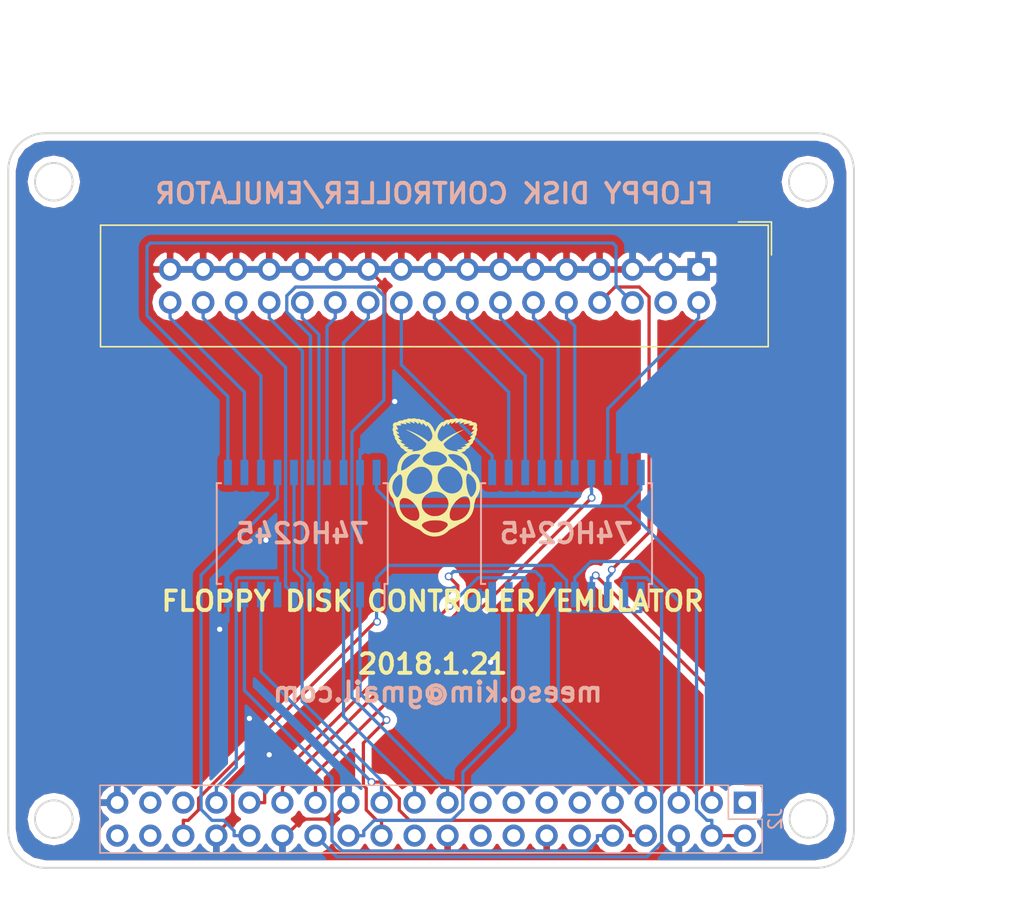
<source format=kicad_pcb>
(kicad_pcb (version 4) (host pcbnew 4.0.7)

  (general
    (links 65)
    (no_connects 0)
    (area 108.839 36.068 176.530001 96.00481)
    (thickness 1.6)
    (drawings 19)
    (tracks 246)
    (zones 0)
    (modules 5)
    (nets 50)
  )

  (page A4)
  (layers
    (0 F.Cu signal)
    (31 B.Cu signal)
    (32 B.Adhes user)
    (33 F.Adhes user)
    (34 B.Paste user)
    (35 F.Paste user)
    (36 B.SilkS user)
    (37 F.SilkS user)
    (38 B.Mask user)
    (39 F.Mask user)
    (40 Dwgs.User user)
    (41 Cmts.User user)
    (42 Eco1.User user)
    (43 Eco2.User user)
    (44 Edge.Cuts user)
    (45 Margin user)
    (46 B.CrtYd user)
    (47 F.CrtYd user)
    (48 B.Fab user)
    (49 F.Fab user)
  )

  (setup
    (last_trace_width 0.25)
    (trace_clearance 0.2)
    (zone_clearance 0.508)
    (zone_45_only no)
    (trace_min 0.2)
    (segment_width 0.2)
    (edge_width 0.15)
    (via_size 0.6)
    (via_drill 0.4)
    (via_min_size 0.4)
    (via_min_drill 0.3)
    (uvia_size 0.3)
    (uvia_drill 0.1)
    (uvias_allowed no)
    (uvia_min_size 0.2)
    (uvia_min_drill 0.1)
    (pcb_text_width 0.3)
    (pcb_text_size 1.5 1.5)
    (mod_edge_width 0.15)
    (mod_text_size 1 1)
    (mod_text_width 0.15)
    (pad_size 1.524 1.524)
    (pad_drill 0.762)
    (pad_to_mask_clearance 0.2)
    (aux_axis_origin 0 0)
    (visible_elements 7FFFFFFF)
    (pcbplotparams
      (layerselection 0x010f0_80000001)
      (usegerberextensions false)
      (excludeedgelayer true)
      (linewidth 0.100000)
      (plotframeref false)
      (viasonmask false)
      (mode 1)
      (useauxorigin false)
      (hpglpennumber 1)
      (hpglpenspeed 20)
      (hpglpendiameter 15)
      (hpglpenoverlay 2)
      (psnegative false)
      (psa4output false)
      (plotreference true)
      (plotvalue true)
      (plotinvisibletext false)
      (padsonsilk false)
      (subtractmaskfromsilk false)
      (outputformat 1)
      (mirror false)
      (drillshape 0)
      (scaleselection 1)
      (outputdirectory output))
  )

  (net 0 "")
  (net 1 GND)
  (net 2 /MODESEL)
  (net 3 "Net-(J1-Pad4)")
  (net 4 /DRSEL3)
  (net 5 /INDEX)
  (net 6 /MOTEA)
  (net 7 /DRSELA)
  (net 8 /DRSELB)
  (net 9 /MOTEB)
  (net 10 /DIR)
  (net 11 /STEP)
  (net 12 /WDATA)
  (net 13 /WGATE)
  (net 14 /TRK00)
  (net 15 /WPT)
  (net 16 /RDATA)
  (net 17 /SIDE1)
  (net 18 /DSKCHG)
  (net 19 "Net-(J2-Pad1)")
  (net 20 +5V)
  (net 21 /R2)
  (net 22 /R3)
  (net 23 /R4)
  (net 24 /R14)
  (net 25 /R15)
  (net 26 "Net-(J2-Pad11)")
  (net 27 "Net-(J2-Pad12)")
  (net 28 "Net-(J2-Pad13)")
  (net 29 "Net-(J2-Pad15)")
  (net 30 "Net-(J2-Pad16)")
  (net 31 "Net-(J2-Pad17)")
  (net 32 "Net-(J2-Pad18)")
  (net 33 /R10)
  (net 34 /R9)
  (net 35 "Net-(J2-Pad22)")
  (net 36 /R11)
  (net 37 /R8)
  (net 38 /R7)
  (net 39 /R1)
  (net 40 /R0)
  (net 41 /R5)
  (net 42 /R6)
  (net 43 /R12)
  (net 44 /R13)
  (net 45 "Net-(J2-Pad35)")
  (net 46 /R16)
  (net 47 "Net-(J2-Pad37)")
  (net 48 "Net-(J2-Pad38)")
  (net 49 "Net-(J2-Pad40)")

  (net_class Default "This is the default net class."
    (clearance 0.2)
    (trace_width 0.25)
    (via_dia 0.6)
    (via_drill 0.4)
    (uvia_dia 0.3)
    (uvia_drill 0.1)
    (add_net +5V)
    (add_net /DIR)
    (add_net /DRSEL3)
    (add_net /DRSELA)
    (add_net /DRSELB)
    (add_net /DSKCHG)
    (add_net /INDEX)
    (add_net /MODESEL)
    (add_net /MOTEA)
    (add_net /MOTEB)
    (add_net /R0)
    (add_net /R1)
    (add_net /R10)
    (add_net /R11)
    (add_net /R12)
    (add_net /R13)
    (add_net /R14)
    (add_net /R15)
    (add_net /R16)
    (add_net /R2)
    (add_net /R3)
    (add_net /R4)
    (add_net /R5)
    (add_net /R6)
    (add_net /R7)
    (add_net /R8)
    (add_net /R9)
    (add_net /RDATA)
    (add_net /SIDE1)
    (add_net /STEP)
    (add_net /TRK00)
    (add_net /WDATA)
    (add_net /WGATE)
    (add_net /WPT)
    (add_net GND)
    (add_net "Net-(J1-Pad4)")
    (add_net "Net-(J2-Pad1)")
    (add_net "Net-(J2-Pad11)")
    (add_net "Net-(J2-Pad12)")
    (add_net "Net-(J2-Pad13)")
    (add_net "Net-(J2-Pad15)")
    (add_net "Net-(J2-Pad16)")
    (add_net "Net-(J2-Pad17)")
    (add_net "Net-(J2-Pad18)")
    (add_net "Net-(J2-Pad22)")
    (add_net "Net-(J2-Pad35)")
    (add_net "Net-(J2-Pad37)")
    (add_net "Net-(J2-Pad38)")
    (add_net "Net-(J2-Pad40)")
  )

  (module Socket_Strips:Socket_Strip_Straight_2x20_Pitch2.54mm (layer B.Cu) (tedit 58CD544A) (tstamp 5A66E9FD)
    (at 166.116 88.011 90)
    (descr "Through hole straight socket strip, 2x20, 2.54mm pitch, double rows")
    (tags "Through hole socket strip THT 2x20 2.54mm double row")
    (path /5A641658)
    (fp_text reference J2 (at -1.27 2.33 90) (layer B.SilkS)
      (effects (font (size 1 1) (thickness 0.15)) (justify mirror))
    )
    (fp_text value Raspberry_Pi_2_3 (at -1.27 -50.59 90) (layer B.Fab)
      (effects (font (size 1 1) (thickness 0.15)) (justify mirror))
    )
    (fp_line (start -3.81 1.27) (end -3.81 -49.53) (layer B.Fab) (width 0.1))
    (fp_line (start -3.81 -49.53) (end 1.27 -49.53) (layer B.Fab) (width 0.1))
    (fp_line (start 1.27 -49.53) (end 1.27 1.27) (layer B.Fab) (width 0.1))
    (fp_line (start 1.27 1.27) (end -3.81 1.27) (layer B.Fab) (width 0.1))
    (fp_line (start 1.33 -1.27) (end 1.33 -49.59) (layer B.SilkS) (width 0.12))
    (fp_line (start 1.33 -49.59) (end -3.87 -49.59) (layer B.SilkS) (width 0.12))
    (fp_line (start -3.87 -49.59) (end -3.87 1.33) (layer B.SilkS) (width 0.12))
    (fp_line (start -3.87 1.33) (end -1.27 1.33) (layer B.SilkS) (width 0.12))
    (fp_line (start -1.27 1.33) (end -1.27 -1.27) (layer B.SilkS) (width 0.12))
    (fp_line (start -1.27 -1.27) (end 1.33 -1.27) (layer B.SilkS) (width 0.12))
    (fp_line (start 1.33 0) (end 1.33 1.33) (layer B.SilkS) (width 0.12))
    (fp_line (start 1.33 1.33) (end 0.06 1.33) (layer B.SilkS) (width 0.12))
    (fp_line (start -4.35 1.8) (end -4.35 -50.05) (layer B.CrtYd) (width 0.05))
    (fp_line (start -4.35 -50.05) (end 1.8 -50.05) (layer B.CrtYd) (width 0.05))
    (fp_line (start 1.8 -50.05) (end 1.8 1.8) (layer B.CrtYd) (width 0.05))
    (fp_line (start 1.8 1.8) (end -4.35 1.8) (layer B.CrtYd) (width 0.05))
    (fp_text user %R (at -1.27 2.33 90) (layer B.Fab)
      (effects (font (size 1 1) (thickness 0.15)) (justify mirror))
    )
    (pad 1 thru_hole rect (at 0 0 90) (size 1.7 1.7) (drill 1) (layers *.Cu *.Mask)
      (net 19 "Net-(J2-Pad1)"))
    (pad 2 thru_hole oval (at -2.54 0 90) (size 1.7 1.7) (drill 1) (layers *.Cu *.Mask)
      (net 20 +5V))
    (pad 3 thru_hole oval (at 0 -2.54 90) (size 1.7 1.7) (drill 1) (layers *.Cu *.Mask)
      (net 21 /R2))
    (pad 4 thru_hole oval (at -2.54 -2.54 90) (size 1.7 1.7) (drill 1) (layers *.Cu *.Mask)
      (net 20 +5V))
    (pad 5 thru_hole oval (at 0 -5.08 90) (size 1.7 1.7) (drill 1) (layers *.Cu *.Mask)
      (net 22 /R3))
    (pad 6 thru_hole oval (at -2.54 -5.08 90) (size 1.7 1.7) (drill 1) (layers *.Cu *.Mask)
      (net 1 GND))
    (pad 7 thru_hole oval (at 0 -7.62 90) (size 1.7 1.7) (drill 1) (layers *.Cu *.Mask)
      (net 23 /R4))
    (pad 8 thru_hole oval (at -2.54 -7.62 90) (size 1.7 1.7) (drill 1) (layers *.Cu *.Mask)
      (net 24 /R14))
    (pad 9 thru_hole oval (at 0 -10.16 90) (size 1.7 1.7) (drill 1) (layers *.Cu *.Mask)
      (net 1 GND))
    (pad 10 thru_hole oval (at -2.54 -10.16 90) (size 1.7 1.7) (drill 1) (layers *.Cu *.Mask)
      (net 25 /R15))
    (pad 11 thru_hole oval (at 0 -12.7 90) (size 1.7 1.7) (drill 1) (layers *.Cu *.Mask)
      (net 26 "Net-(J2-Pad11)"))
    (pad 12 thru_hole oval (at -2.54 -12.7 90) (size 1.7 1.7) (drill 1) (layers *.Cu *.Mask)
      (net 27 "Net-(J2-Pad12)"))
    (pad 13 thru_hole oval (at 0 -15.24 90) (size 1.7 1.7) (drill 1) (layers *.Cu *.Mask)
      (net 28 "Net-(J2-Pad13)"))
    (pad 14 thru_hole oval (at -2.54 -15.24 90) (size 1.7 1.7) (drill 1) (layers *.Cu *.Mask)
      (net 1 GND))
    (pad 15 thru_hole oval (at 0 -17.78 90) (size 1.7 1.7) (drill 1) (layers *.Cu *.Mask)
      (net 29 "Net-(J2-Pad15)"))
    (pad 16 thru_hole oval (at -2.54 -17.78 90) (size 1.7 1.7) (drill 1) (layers *.Cu *.Mask)
      (net 30 "Net-(J2-Pad16)"))
    (pad 17 thru_hole oval (at 0 -20.32 90) (size 1.7 1.7) (drill 1) (layers *.Cu *.Mask)
      (net 31 "Net-(J2-Pad17)"))
    (pad 18 thru_hole oval (at -2.54 -20.32 90) (size 1.7 1.7) (drill 1) (layers *.Cu *.Mask)
      (net 32 "Net-(J2-Pad18)"))
    (pad 19 thru_hole oval (at 0 -22.86 90) (size 1.7 1.7) (drill 1) (layers *.Cu *.Mask)
      (net 33 /R10))
    (pad 20 thru_hole oval (at -2.54 -22.86 90) (size 1.7 1.7) (drill 1) (layers *.Cu *.Mask)
      (net 1 GND))
    (pad 21 thru_hole oval (at 0 -25.4 90) (size 1.7 1.7) (drill 1) (layers *.Cu *.Mask)
      (net 34 /R9))
    (pad 22 thru_hole oval (at -2.54 -25.4 90) (size 1.7 1.7) (drill 1) (layers *.Cu *.Mask)
      (net 35 "Net-(J2-Pad22)"))
    (pad 23 thru_hole oval (at 0 -27.94 90) (size 1.7 1.7) (drill 1) (layers *.Cu *.Mask)
      (net 36 /R11))
    (pad 24 thru_hole oval (at -2.54 -27.94 90) (size 1.7 1.7) (drill 1) (layers *.Cu *.Mask)
      (net 37 /R8))
    (pad 25 thru_hole oval (at 0 -30.48 90) (size 1.7 1.7) (drill 1) (layers *.Cu *.Mask)
      (net 1 GND))
    (pad 26 thru_hole oval (at -2.54 -30.48 90) (size 1.7 1.7) (drill 1) (layers *.Cu *.Mask)
      (net 38 /R7))
    (pad 27 thru_hole oval (at 0 -33.02 90) (size 1.7 1.7) (drill 1) (layers *.Cu *.Mask)
      (net 39 /R1))
    (pad 28 thru_hole oval (at -2.54 -33.02 90) (size 1.7 1.7) (drill 1) (layers *.Cu *.Mask)
      (net 40 /R0))
    (pad 29 thru_hole oval (at 0 -35.56 90) (size 1.7 1.7) (drill 1) (layers *.Cu *.Mask)
      (net 41 /R5))
    (pad 30 thru_hole oval (at -2.54 -35.56 90) (size 1.7 1.7) (drill 1) (layers *.Cu *.Mask)
      (net 1 GND))
    (pad 31 thru_hole oval (at 0 -38.1 90) (size 1.7 1.7) (drill 1) (layers *.Cu *.Mask)
      (net 42 /R6))
    (pad 32 thru_hole oval (at -2.54 -38.1 90) (size 1.7 1.7) (drill 1) (layers *.Cu *.Mask)
      (net 43 /R12))
    (pad 33 thru_hole oval (at 0 -40.64 90) (size 1.7 1.7) (drill 1) (layers *.Cu *.Mask)
      (net 44 /R13))
    (pad 34 thru_hole oval (at -2.54 -40.64 90) (size 1.7 1.7) (drill 1) (layers *.Cu *.Mask)
      (net 1 GND))
    (pad 35 thru_hole oval (at 0 -43.18 90) (size 1.7 1.7) (drill 1) (layers *.Cu *.Mask)
      (net 45 "Net-(J2-Pad35)"))
    (pad 36 thru_hole oval (at -2.54 -43.18 90) (size 1.7 1.7) (drill 1) (layers *.Cu *.Mask)
      (net 46 /R16))
    (pad 37 thru_hole oval (at 0 -45.72 90) (size 1.7 1.7) (drill 1) (layers *.Cu *.Mask)
      (net 47 "Net-(J2-Pad37)"))
    (pad 38 thru_hole oval (at -2.54 -45.72 90) (size 1.7 1.7) (drill 1) (layers *.Cu *.Mask)
      (net 48 "Net-(J2-Pad38)"))
    (pad 39 thru_hole oval (at 0 -48.26 90) (size 1.7 1.7) (drill 1) (layers *.Cu *.Mask)
      (net 1 GND))
    (pad 40 thru_hole oval (at -2.54 -48.26 90) (size 1.7 1.7) (drill 1) (layers *.Cu *.Mask)
      (net 49 "Net-(J2-Pad40)"))
    (model ${KISYS3DMOD}/Socket_Strips.3dshapes/Socket_Strip_Straight_2x20_Pitch2.54mm.wrl
      (at (xyz -0.05 -0.95 0))
      (scale (xyz 1 1 1))
      (rotate (xyz 0 0 270))
    )
  )

  (module Housings_SOIC:SOIC-20W_7.5x12.8mm_Pitch1.27mm (layer B.Cu) (tedit 5A646348) (tstamp 5A6871E5)
    (at 152.4 67.31 90)
    (descr "20-Lead Plastic Small Outline (SO) - Wide, 7.50 mm Body [SOIC] (see Microchip Packaging Specification 00000049BS.pdf)")
    (tags "SOIC 1.27")
    (path /5A64570A)
    (attr smd)
    (fp_text reference U1 (at 0 7.5 90) (layer B.SilkS) hide
      (effects (font (size 1 1) (thickness 0.15)) (justify mirror))
    )
    (fp_text value 74HC245 (at 0 -7.5 90) (layer B.Fab)
      (effects (font (size 1 1) (thickness 0.15)) (justify mirror))
    )
    (fp_text user %R (at 0 0 90) (layer B.Fab)
      (effects (font (size 1 1) (thickness 0.15)) (justify mirror))
    )
    (fp_line (start -2.75 6.4) (end 3.75 6.4) (layer B.Fab) (width 0.15))
    (fp_line (start 3.75 6.4) (end 3.75 -6.4) (layer B.Fab) (width 0.15))
    (fp_line (start 3.75 -6.4) (end -3.75 -6.4) (layer B.Fab) (width 0.15))
    (fp_line (start -3.75 -6.4) (end -3.75 5.4) (layer B.Fab) (width 0.15))
    (fp_line (start -3.75 5.4) (end -2.75 6.4) (layer B.Fab) (width 0.15))
    (fp_line (start -5.95 6.75) (end -5.95 -6.75) (layer B.CrtYd) (width 0.05))
    (fp_line (start 5.95 6.75) (end 5.95 -6.75) (layer B.CrtYd) (width 0.05))
    (fp_line (start -5.95 6.75) (end 5.95 6.75) (layer B.CrtYd) (width 0.05))
    (fp_line (start -5.95 -6.75) (end 5.95 -6.75) (layer B.CrtYd) (width 0.05))
    (fp_line (start -3.875 6.575) (end -3.875 6.325) (layer B.SilkS) (width 0.15))
    (fp_line (start 3.875 6.575) (end 3.875 6.24) (layer B.SilkS) (width 0.15))
    (fp_line (start 3.875 -6.575) (end 3.875 -6.24) (layer B.SilkS) (width 0.15))
    (fp_line (start -3.875 -6.575) (end -3.875 -6.24) (layer B.SilkS) (width 0.15))
    (fp_line (start -3.875 6.575) (end 3.875 6.575) (layer B.SilkS) (width 0.15))
    (fp_line (start -3.875 -6.575) (end 3.875 -6.575) (layer B.SilkS) (width 0.15))
    (fp_line (start -3.875 6.325) (end -5.675 6.325) (layer B.SilkS) (width 0.15))
    (pad 1 smd rect (at -4.7 5.715 90) (size 1.95 0.6) (layers B.Cu B.Paste B.Mask)
      (net 46 /R16))
    (pad 2 smd rect (at -4.7 4.445 90) (size 1.95 0.6) (layers B.Cu B.Paste B.Mask)
      (net 40 /R0))
    (pad 3 smd rect (at -4.7 3.175 90) (size 1.95 0.6) (layers B.Cu B.Paste B.Mask)
      (net 5 /INDEX))
    (pad 4 smd rect (at -4.7 1.905 90) (size 1.95 0.6) (layers B.Cu B.Paste B.Mask)
      (net 21 /R2))
    (pad 5 smd rect (at -4.7 0.635 90) (size 1.95 0.6) (layers B.Cu B.Paste B.Mask)
      (net 22 /R3))
    (pad 6 smd rect (at -4.7 -0.635 90) (size 1.95 0.6) (layers B.Cu B.Paste B.Mask)
      (net 23 /R4))
    (pad 7 smd rect (at -4.7 -1.905 90) (size 1.95 0.6) (layers B.Cu B.Paste B.Mask)
      (net 41 /R5))
    (pad 8 smd rect (at -4.7 -3.175 90) (size 1.95 0.6) (layers B.Cu B.Paste B.Mask)
      (net 42 /R6))
    (pad 9 smd rect (at -4.7 -4.445 90) (size 1.95 0.6) (layers B.Cu B.Paste B.Mask)
      (net 38 /R7))
    (pad 10 smd rect (at -4.7 -5.715 90) (size 1.95 0.6) (layers B.Cu B.Paste B.Mask)
      (net 1 GND))
    (pad 11 smd rect (at 4.7 -5.715 90) (size 1.95 0.6) (layers B.Cu B.Paste B.Mask)
      (net 11 /STEP))
    (pad 12 smd rect (at 4.7 -4.445 90) (size 1.95 0.6) (layers B.Cu B.Paste B.Mask)
      (net 10 /DIR))
    (pad 13 smd rect (at 4.7 -3.175 90) (size 1.95 0.6) (layers B.Cu B.Paste B.Mask)
      (net 9 /MOTEB))
    (pad 14 smd rect (at 4.7 -1.905 90) (size 1.95 0.6) (layers B.Cu B.Paste B.Mask)
      (net 8 /DRSELB))
    (pad 15 smd rect (at 4.7 -0.635 90) (size 1.95 0.6) (layers B.Cu B.Paste B.Mask)
      (net 7 /DRSELA))
    (pad 16 smd rect (at 4.7 0.635 90) (size 1.95 0.6) (layers B.Cu B.Paste B.Mask)
      (net 6 /MOTEA))
    (pad 17 smd rect (at 4.7 1.905 90) (size 1.95 0.6) (layers B.Cu B.Paste B.Mask)
      (net 39 /R1))
    (pad 18 smd rect (at 4.7 3.175 90) (size 1.95 0.6) (layers B.Cu B.Paste B.Mask)
      (net 2 /MODESEL))
    (pad 19 smd rect (at 4.7 4.445 90) (size 1.95 0.6) (layers B.Cu B.Paste B.Mask)
      (net 1 GND))
    (pad 20 smd rect (at 4.7 5.715 90) (size 1.95 0.6) (layers B.Cu B.Paste B.Mask)
      (net 20 +5V))
    (model ${KISYS3DMOD}/Housings_SOIC.3dshapes/SOIC-20W_7.5x12.8mm_Pitch1.27mm.wrl
      (at (xyz 0 0 0))
      (scale (xyz 1 1 1))
      (rotate (xyz 0 0 0))
    )
  )

  (module Housings_SOIC:SOIC-20W_7.5x12.8mm_Pitch1.27mm (layer B.Cu) (tedit 5A64634B) (tstamp 5A68720E)
    (at 132.08 67.31 90)
    (descr "20-Lead Plastic Small Outline (SO) - Wide, 7.50 mm Body [SOIC] (see Microchip Packaging Specification 00000049BS.pdf)")
    (tags "SOIC 1.27")
    (path /5A6457BD)
    (attr smd)
    (fp_text reference U2 (at 0 7.5 90) (layer B.SilkS) hide
      (effects (font (size 1 1) (thickness 0.15)) (justify mirror))
    )
    (fp_text value 74HC245 (at 0 -7.5 90) (layer B.Fab)
      (effects (font (size 1 1) (thickness 0.15)) (justify mirror))
    )
    (fp_text user %R (at 0 0 90) (layer B.Fab)
      (effects (font (size 1 1) (thickness 0.15)) (justify mirror))
    )
    (fp_line (start -2.75 6.4) (end 3.75 6.4) (layer B.Fab) (width 0.15))
    (fp_line (start 3.75 6.4) (end 3.75 -6.4) (layer B.Fab) (width 0.15))
    (fp_line (start 3.75 -6.4) (end -3.75 -6.4) (layer B.Fab) (width 0.15))
    (fp_line (start -3.75 -6.4) (end -3.75 5.4) (layer B.Fab) (width 0.15))
    (fp_line (start -3.75 5.4) (end -2.75 6.4) (layer B.Fab) (width 0.15))
    (fp_line (start -5.95 6.75) (end -5.95 -6.75) (layer B.CrtYd) (width 0.05))
    (fp_line (start 5.95 6.75) (end 5.95 -6.75) (layer B.CrtYd) (width 0.05))
    (fp_line (start -5.95 6.75) (end 5.95 6.75) (layer B.CrtYd) (width 0.05))
    (fp_line (start -5.95 -6.75) (end 5.95 -6.75) (layer B.CrtYd) (width 0.05))
    (fp_line (start -3.875 6.575) (end -3.875 6.325) (layer B.SilkS) (width 0.15))
    (fp_line (start 3.875 6.575) (end 3.875 6.24) (layer B.SilkS) (width 0.15))
    (fp_line (start 3.875 -6.575) (end 3.875 -6.24) (layer B.SilkS) (width 0.15))
    (fp_line (start -3.875 -6.575) (end -3.875 -6.24) (layer B.SilkS) (width 0.15))
    (fp_line (start -3.875 6.575) (end 3.875 6.575) (layer B.SilkS) (width 0.15))
    (fp_line (start -3.875 -6.575) (end 3.875 -6.575) (layer B.SilkS) (width 0.15))
    (fp_line (start -3.875 6.325) (end -5.675 6.325) (layer B.SilkS) (width 0.15))
    (pad 1 smd rect (at -4.7 5.715 90) (size 1.95 0.6) (layers B.Cu B.Paste B.Mask)
      (net 46 /R16))
    (pad 2 smd rect (at -4.7 4.445 90) (size 1.95 0.6) (layers B.Cu B.Paste B.Mask)
      (net 37 /R8))
    (pad 3 smd rect (at -4.7 3.175 90) (size 1.95 0.6) (layers B.Cu B.Paste B.Mask)
      (net 34 /R9))
    (pad 4 smd rect (at -4.7 1.905 90) (size 1.95 0.6) (layers B.Cu B.Paste B.Mask)
      (net 14 /TRK00))
    (pad 5 smd rect (at -4.7 0.635 90) (size 1.95 0.6) (layers B.Cu B.Paste B.Mask)
      (net 15 /WPT))
    (pad 6 smd rect (at -4.7 -0.635 90) (size 1.95 0.6) (layers B.Cu B.Paste B.Mask)
      (net 16 /RDATA))
    (pad 7 smd rect (at -4.7 -1.905 90) (size 1.95 0.6) (layers B.Cu B.Paste B.Mask)
      (net 44 /R13))
    (pad 8 smd rect (at -4.7 -3.175 90) (size 1.95 0.6) (layers B.Cu B.Paste B.Mask)
      (net 24 /R14))
    (pad 9 smd rect (at -4.7 -4.445 90) (size 1.95 0.6) (layers B.Cu B.Paste B.Mask)
      (net 25 /R15))
    (pad 10 smd rect (at -4.7 -5.715 90) (size 1.95 0.6) (layers B.Cu B.Paste B.Mask)
      (net 1 GND))
    (pad 11 smd rect (at 4.7 -5.715 90) (size 1.95 0.6) (layers B.Cu B.Paste B.Mask)
      (net 4 /DRSEL3))
    (pad 12 smd rect (at 4.7 -4.445 90) (size 1.95 0.6) (layers B.Cu B.Paste B.Mask)
      (net 18 /DSKCHG))
    (pad 13 smd rect (at 4.7 -3.175 90) (size 1.95 0.6) (layers B.Cu B.Paste B.Mask)
      (net 17 /SIDE1))
    (pad 14 smd rect (at 4.7 -1.905 90) (size 1.95 0.6) (layers B.Cu B.Paste B.Mask)
      (net 43 /R12))
    (pad 15 smd rect (at 4.7 -0.635 90) (size 1.95 0.6) (layers B.Cu B.Paste B.Mask)
      (net 36 /R11))
    (pad 16 smd rect (at 4.7 0.635 90) (size 1.95 0.6) (layers B.Cu B.Paste B.Mask)
      (net 33 /R10))
    (pad 17 smd rect (at 4.7 1.905 90) (size 1.95 0.6) (layers B.Cu B.Paste B.Mask)
      (net 13 /WGATE))
    (pad 18 smd rect (at 4.7 3.175 90) (size 1.95 0.6) (layers B.Cu B.Paste B.Mask)
      (net 12 /WDATA))
    (pad 19 smd rect (at 4.7 4.445 90) (size 1.95 0.6) (layers B.Cu B.Paste B.Mask)
      (net 1 GND))
    (pad 20 smd rect (at 4.7 5.715 90) (size 1.95 0.6) (layers B.Cu B.Paste B.Mask)
      (net 20 +5V))
    (model ${KISYS3DMOD}/Housings_SOIC.3dshapes/SOIC-20W_7.5x12.8mm_Pitch1.27mm.wrl
      (at (xyz 0 0 0))
      (scale (xyz 1 1 1))
      (rotate (xyz 0 0 0))
    )
  )

  (module 8BIT:raspberry_pi_logo (layer F.Cu) (tedit 0) (tstamp 5A6876A1)
    (at 142.24 62.992)
    (fp_text reference G*** (at 0 0) (layer F.SilkS) hide
      (effects (font (thickness 0.3)))
    )
    (fp_text value LOGO (at 0.75 0) (layer F.SilkS) hide
      (effects (font (thickness 0.3)))
    )
    (fp_poly (pts (xy 1.752626 -4.540329) (xy 1.79912 -4.522011) (xy 1.824612 -4.508345) (xy 1.847231 -4.503881)
      (xy 1.877061 -4.508018) (xy 1.90707 -4.515558) (xy 1.994388 -4.531289) (xy 2.07487 -4.531329)
      (xy 2.142635 -4.515838) (xy 2.158644 -4.508682) (xy 2.190875 -4.490344) (xy 2.212544 -4.474539)
      (xy 2.216037 -4.470582) (xy 2.23187 -4.464125) (xy 2.265798 -4.459503) (xy 2.310533 -4.457701)
      (xy 2.311322 -4.457701) (xy 2.384411 -4.453882) (xy 2.439225 -4.441269) (xy 2.48189 -4.418122)
      (xy 2.497706 -4.404798) (xy 2.518491 -4.390568) (xy 2.548038 -4.381687) (xy 2.592925 -4.376607)
      (xy 2.624706 -4.374947) (xy 2.712953 -4.368464) (xy 2.781475 -4.356) (xy 2.83558 -4.335858)
      (xy 2.880579 -4.306341) (xy 2.902785 -4.286084) (xy 2.935949 -4.255445) (xy 2.960865 -4.240633)
      (xy 2.985252 -4.237719) (xy 2.995575 -4.238853) (xy 3.074732 -4.238987) (xy 3.147661 -4.217188)
      (xy 3.209751 -4.175702) (xy 3.256391 -4.116773) (xy 3.259996 -4.11007) (xy 3.275938 -4.058704)
      (xy 3.28023 -3.996768) (xy 3.27285 -3.936277) (xy 3.260394 -3.900558) (xy 3.247335 -3.871045)
      (xy 3.247381 -3.850582) (xy 3.261566 -3.826037) (xy 3.266856 -3.818548) (xy 3.288384 -3.773076)
      (xy 3.29889 -3.710281) (xy 3.29941 -3.702591) (xy 3.300127 -3.653893) (xy 3.29344 -3.614768)
      (xy 3.276545 -3.572399) (xy 3.266459 -3.551983) (xy 3.245808 -3.508258) (xy 3.236449 -3.476805)
      (xy 3.236397 -3.44824) (xy 3.240187 -3.427784) (xy 3.244374 -3.360023) (xy 3.225905 -3.29105)
      (xy 3.184014 -3.218568) (xy 3.16045 -3.187982) (xy 3.138425 -3.156534) (xy 3.127541 -3.124715)
      (xy 3.124257 -3.081137) (xy 3.1242 -3.071334) (xy 3.121169 -3.011508) (xy 3.109508 -2.965096)
      (xy 3.08536 -2.922642) (xy 3.044869 -2.874692) (xy 3.043319 -2.873025) (xy 3.009509 -2.832978)
      (xy 2.990232 -2.797872) (xy 2.980004 -2.757018) (xy 2.978491 -2.746697) (xy 2.962701 -2.685406)
      (xy 2.931032 -2.629239) (xy 2.880542 -2.574138) (xy 2.814447 -2.52054) (xy 2.769973 -2.48597)
      (xy 2.743739 -2.460008) (xy 2.732033 -2.438493) (xy 2.730434 -2.426426) (xy 2.721354 -2.387543)
      (xy 2.697875 -2.341943) (xy 2.665449 -2.298756) (xy 2.639644 -2.274302) (xy 2.61039 -2.255052)
      (xy 2.567762 -2.231135) (xy 2.526802 -2.21055) (xy 2.48044 -2.186319) (xy 2.451154 -2.163717)
      (xy 2.431832 -2.136628) (xy 2.425365 -2.123313) (xy 2.387308 -2.068184) (xy 2.327274 -2.020777)
      (xy 2.247917 -1.982618) (xy 2.151892 -1.955231) (xy 2.123368 -1.949868) (xy 2.090751 -1.942383)
      (xy 2.07193 -1.934241) (xy 2.0701 -1.931501) (xy 2.08012 -1.920995) (xy 2.106931 -1.9008)
      (xy 2.145654 -1.874484) (xy 2.165902 -1.861445) (xy 2.24161 -1.807575) (xy 2.324176 -1.738921)
      (xy 2.406608 -1.661993) (xy 2.481913 -1.583297) (xy 2.540337 -1.513015) (xy 2.596178 -1.429662)
      (xy 2.651818 -1.329759) (xy 2.703166 -1.221858) (xy 2.746132 -1.11451) (xy 2.775064 -1.02235)
      (xy 2.790228 -0.954129) (xy 2.804479 -0.872291) (xy 2.815916 -0.7886) (xy 2.821046 -0.737508)
      (xy 2.829927 -0.65042) (xy 2.841999 -0.583505) (xy 2.859602 -0.53155) (xy 2.885077 -0.489342)
      (xy 2.920765 -0.451669) (xy 2.96545 -0.41593) (xy 3.09778 -0.303297) (xy 3.216754 -0.17164)
      (xy 3.319307 -0.025152) (xy 3.402375 0.131971) (xy 3.445909 0.241988) (xy 3.493713 0.419797)
      (xy 3.517169 0.601008) (xy 3.516651 0.783188) (xy 3.492532 0.963904) (xy 3.445185 1.140722)
      (xy 3.374982 1.311209) (xy 3.282297 1.472931) (xy 3.250054 1.519527) (xy 3.219015 1.563716)
      (xy 3.196002 1.600906) (xy 3.178122 1.637769) (xy 3.16248 1.680974) (xy 3.146184 1.737194)
      (xy 3.13162 1.792577) (xy 3.113734 1.860287) (xy 3.09612 1.924188) (xy 3.080648 1.977669)
      (xy 3.069189 2.014118) (xy 3.067927 2.017721) (xy 3.057244 2.060953) (xy 3.050011 2.115938)
      (xy 3.048 2.158933) (xy 3.037488 2.305254) (xy 3.007116 2.459589) (xy 2.958629 2.616596)
      (xy 2.893772 2.770934) (xy 2.814292 2.91726) (xy 2.785471 2.962399) (xy 2.685717 3.09233)
      (xy 2.565614 3.21492) (xy 2.429945 3.326501) (xy 2.283495 3.423406) (xy 2.131048 3.501966)
      (xy 2.029544 3.54196) (xy 1.992362 3.558413) (xy 1.941253 3.585972) (xy 1.882862 3.620844)
      (xy 1.823833 3.659233) (xy 1.821916 3.66054) (xy 1.597862 3.800404) (xy 1.360259 3.924038)
      (xy 1.303554 3.950133) (xy 1.239634 3.980437) (xy 1.190386 4.008871) (xy 1.146473 4.041847)
      (xy 1.098555 4.085779) (xy 1.081304 4.102747) (xy 0.93191 4.234924) (xy 0.773687 4.343298)
      (xy 0.606444 4.427952) (xy 0.429994 4.488967) (xy 0.244146 4.526426) (xy 0.0762 4.539875)
      (xy 0.009273 4.541251) (xy -0.051557 4.541637) (xy -0.100194 4.541053) (xy -0.130543 4.539519)
      (xy -0.13335 4.539179) (xy -0.167061 4.533922) (xy -0.213637 4.526122) (xy -0.24765 4.520183)
      (xy -0.4208 4.477147) (xy -0.591386 4.41119) (xy -0.754838 4.324713) (xy -0.906584 4.220115)
      (xy -1.03505 4.106832) (xy -1.07737 4.067224) (xy -1.117137 4.037478) (xy -1.162995 4.012128)
      (xy -1.223585 3.98571) (xy -1.2319 3.982352) (xy -1.340818 3.935042) (xy -1.458104 3.87789)
      (xy -1.578066 3.814123) (xy -1.695012 3.746972) (xy -1.755629 3.709276) (xy -0.963735 3.709276)
      (xy -0.960792 3.724236) (xy -0.944655 3.757943) (xy -0.912269 3.802799) (xy -0.867563 3.854526)
      (xy -0.814465 3.908843) (xy -0.756904 3.961473) (xy -0.70304 4.004981) (xy -0.554027 4.102717)
      (xy -0.399469 4.176067) (xy -0.237718 4.225741) (xy -0.156044 4.241543) (xy -0.075187 4.249142)
      (xy 0.020851 4.250051) (xy 0.122904 4.244823) (xy 0.221807 4.234009) (xy 0.308396 4.218163)
      (xy 0.331896 4.21215) (xy 0.497982 4.152782) (xy 0.652867 4.071173) (xy 0.794425 3.968756)
      (xy 0.920527 3.846965) (xy 0.979689 3.77593) (xy 1.020119 3.709729) (xy 1.036036 3.647514)
      (xy 1.027328 3.589129) (xy 0.993885 3.53442) (xy 0.935596 3.483232) (xy 0.85235 3.435411)
      (xy 0.744038 3.3908) (xy 0.69215 3.373335) (xy 0.59479 3.345551) (xy 0.496809 3.324739)
      (xy 0.392832 3.310249) (xy 0.277486 3.301435) (xy 0.145395 3.297646) (xy 0.0635 3.297471)
      (xy -0.038923 3.298609) (xy -0.122065 3.301106) (xy -0.19203 3.305394) (xy -0.254922 3.311906)
      (xy -0.316844 3.321076) (xy -0.34925 3.326775) (xy -0.489188 3.357398) (xy -0.613893 3.394753)
      (xy -0.721963 3.437932) (xy -0.811996 3.486021) (xy -0.882592 3.538111) (xy -0.932348 3.593291)
      (xy -0.959863 3.65065) (xy -0.963735 3.709276) (xy -1.755629 3.709276) (xy -1.803247 3.679664)
      (xy -1.897081 3.615429) (xy -1.94945 3.575398) (xy -1.985765 3.550198) (xy -2.035834 3.520826)
      (xy -2.089973 3.492892) (xy -2.100347 3.488013) (xy -2.268182 3.396816) (xy -2.421648 3.285554)
      (xy -2.559378 3.155982) (xy -2.680005 3.009857) (xy -2.782163 2.848934) (xy -2.864484 2.674967)
      (xy -2.925602 2.489712) (xy -2.946051 2.402014) (xy -2.960643 2.338977) (xy -2.978044 2.276497)
      (xy -2.99535 2.224625) (xy -3.002126 2.207889) (xy -3.022021 2.158292) (xy -3.031636 2.131553)
      (xy -2.678256 2.131553) (xy -2.67526 2.220601) (xy -2.667594 2.300112) (xy -2.661511 2.336322)
      (xy -2.614055 2.509824) (xy -2.545049 2.67147) (xy -2.455781 2.819695) (xy -2.347542 2.952936)
      (xy -2.221619 3.069628) (xy -2.079302 3.168209) (xy -1.921879 3.247115) (xy -1.905272 3.253896)
      (xy -1.796932 3.291127) (xy -1.687964 3.317296) (xy -1.583095 3.331921) (xy -1.487055 3.33452)
      (xy -1.404571 3.324609) (xy -1.357102 3.309832) (xy -1.312978 3.282186) (xy -1.265666 3.238664)
      (xy -1.221556 3.186707) (xy -1.187039 3.133754) (xy -1.169461 3.091399) (xy -1.148673 2.956877)
      (xy -1.152408 2.81596) (xy -1.180643 2.668785) (xy -1.233354 2.515492) (xy -1.283902 2.406382)
      (xy -1.33351 2.312138) (xy -1.378767 2.234271) (xy -1.424694 2.16555) (xy -1.476313 2.098744)
      (xy -1.528511 2.03835) (xy -0.971262 2.03835) (xy -0.969775 2.1324) (xy -0.963924 2.208621)
      (xy -0.952141 2.274427) (xy -0.932858 2.337234) (xy -0.904505 2.404459) (xy -0.885437 2.444068)
      (xy -0.810653 2.567253) (xy -0.715508 2.678992) (xy -0.603364 2.77691) (xy -0.477585 2.85863)
      (xy -0.341536 2.921775) (xy -0.198578 2.963969) (xy -0.13335 2.975425) (xy -0.072839 2.980682)
      (xy 0.002369 2.982679) (xy 0.083749 2.981631) (xy 0.162773 2.977751) (xy 0.230916 2.971254)
      (xy 0.267182 2.965348) (xy 0.422837 2.920862) (xy 0.535137 2.870409) (xy 1.170208 2.870409)
      (xy 1.172729 2.934253) (xy 1.177651 2.995209) (xy 1.18487 3.051274) (xy 1.193253 3.094662)
      (xy 1.198649 3.112053) (xy 1.246668 3.197741) (xy 1.310299 3.263395) (xy 1.389535 3.309009)
      (xy 1.444427 3.326722) (xy 1.495712 3.333086) (xy 1.564767 3.33286) (xy 1.644986 3.326592)
      (xy 1.729763 3.314827) (xy 1.812492 3.298114) (xy 1.823959 3.295303) (xy 1.992191 3.240401)
      (xy 2.147806 3.164059) (xy 2.289426 3.067612) (xy 2.415674 2.952399) (xy 2.525172 2.819757)
      (xy 2.616543 2.671023) (xy 2.68841 2.507534) (xy 2.713265 2.43205) (xy 2.726299 2.385926)
      (xy 2.735582 2.345162) (xy 2.741773 2.303686) (xy 2.745531 2.255426) (xy 2.747515 2.194313)
      (xy 2.748385 2.114273) (xy 2.748419 2.1082) (xy 2.748405 2.024821) (xy 2.746984 1.96082)
      (xy 2.743625 1.910186) (xy 2.737798 1.866913) (xy 2.728974 1.824991) (xy 2.720572 1.792658)
      (xy 2.684286 1.682183) (xy 2.641392 1.595046) (xy 2.590228 1.529668) (xy 2.529131 1.484473)
      (xy 2.456437 1.457884) (xy 2.370484 1.448322) (xy 2.357428 1.448252) (xy 2.234582 1.461568)
      (xy 2.110588 1.49986) (xy 1.986192 1.562776) (xy 1.862135 1.649963) (xy 1.778 1.723263)
      (xy 1.750247 1.747799) (xy 1.72995 1.7629) (xy 1.724691 1.765189) (xy 1.708206 1.775407)
      (xy 1.680266 1.803633) (xy 1.643293 1.846599) (xy 1.599704 1.901036) (xy 1.551918 1.963675)
      (xy 1.502353 2.031247) (xy 1.45343 2.100485) (xy 1.407566 2.168117) (xy 1.36718 2.230877)
      (xy 1.334691 2.285495) (xy 1.321435 2.310154) (xy 1.277919 2.406545) (xy 1.237402 2.516854)
      (xy 1.203903 2.62962) (xy 1.191838 2.6797) (xy 1.178461 2.74807) (xy 1.171549 2.807664)
      (xy 1.170208 2.870409) (xy 0.535137 2.870409) (xy 0.566457 2.856338) (xy 0.696295 2.773518)
      (xy 0.810607 2.674145) (xy 0.907646 2.55996) (xy 0.985666 2.432706) (xy 1.042922 2.294124)
      (xy 1.075694 2.158511) (xy 1.084651 2.100042) (xy 1.089174 2.054482) (xy 1.089237 2.012542)
      (xy 1.084816 1.964929) (xy 1.075885 1.902355) (xy 1.074981 1.896463) (xy 1.039775 1.748714)
      (xy 0.981512 1.611142) (xy 0.900846 1.484825) (xy 0.798436 1.370839) (xy 0.70851 1.294664)
      (xy 0.584623 1.212389) (xy 0.457889 1.151955) (xy 0.323963 1.11198) (xy 0.178499 1.091077)
      (xy 0.05715 1.087098) (xy -0.059756 1.091732) (xy -0.161421 1.105154) (xy -0.256912 1.12954)
      (xy -0.355292 1.167067) (xy -0.43815 1.206004) (xy -0.569152 1.281234) (xy -0.679467 1.367151)
      (xy -0.772823 1.467442) (xy -0.852949 1.585794) (xy -0.88826 1.651) (xy -0.92041 1.718262)
      (xy -0.943169 1.777027) (xy -0.958084 1.834507) (xy -0.966699 1.897919) (xy -0.970561 1.974474)
      (xy -0.971262 2.03835) (xy -1.528511 2.03835) (xy -1.538647 2.026623) (xy -1.576514 1.985106)
      (xy -1.696345 1.864042) (xy -1.811395 1.766277) (xy -1.923741 1.690654) (xy -2.035462 1.636015)
      (xy -2.148637 1.601202) (xy -2.265342 1.58506) (xy -2.297198 1.583763) (xy -2.357971 1.583321)
      (xy -2.400698 1.585794) (xy -2.432668 1.592243) (xy -2.461168 1.60373) (xy -2.471779 1.609194)
      (xy -2.533722 1.653783) (xy -2.589917 1.715003) (xy -2.633055 1.784134) (xy -2.64734 1.818637)
      (xy -2.661125 1.876509) (xy -2.670999 1.952574) (xy -2.676772 2.0399) (xy -2.678256 2.131553)
      (xy -3.031636 2.131553) (xy -3.046175 2.091124) (xy -3.072345 2.013366) (xy -3.098292 1.932002)
      (xy -3.121774 1.854015) (xy -3.14055 1.786387) (xy -3.150285 1.74625) (xy -3.169975 1.683744)
      (xy -3.197451 1.63469) (xy -3.201899 1.629203) (xy -3.283475 1.520379) (xy -3.358184 1.393865)
      (xy -3.422064 1.257204) (xy -3.471152 1.117941) (xy -3.471997 1.115035) (xy -3.510062 0.938931)
      (xy -3.524465 0.758418) (xy -3.521837 0.70378) (xy -3.233647 0.70378) (xy -3.230293 0.831858)
      (xy -3.227123 0.858145) (xy -3.195657 1.01181) (xy -3.146204 1.157951) (xy -3.080699 1.292395)
      (xy -3.001077 1.410968) (xy -2.937692 1.482576) (xy -2.897998 1.517907) (xy -2.865647 1.53338)
      (xy -2.833763 1.530183) (xy -2.795472 1.509505) (xy -2.792704 1.507656) (xy -2.757336 1.475858)
      (xy -2.717491 1.427608) (xy -2.678096 1.370052) (xy -2.644077 1.310332) (xy -2.621898 1.259997)
      (xy -2.605864 1.215494) (xy -2.585889 1.160393) (xy -2.5696 1.115683) (xy -2.533604 0.998456)
      (xy -2.503333 0.862594) (xy -2.479369 0.714337) (xy -2.462298 0.559924) (xy -2.452704 0.405594)
      (xy -2.452252 0.36195) (xy -2.125854 0.36195) (xy -2.124956 0.463191) (xy -2.119677 0.546067)
      (xy -2.108621 0.617438) (xy -2.09039 0.684163) (xy -2.063588 0.753101) (xy -2.032735 0.81915)
      (xy -1.959788 0.939916) (xy -1.868965 1.044203) (xy -1.762631 1.130874) (xy -1.64315 1.198795)
      (xy -1.512888 1.24683) (xy -1.374208 1.273844) (xy -1.229477 1.278701) (xy -1.104574 1.26476)
      (xy -0.96293 1.227056) (xy -0.824319 1.166196) (xy -0.691538 1.08442) (xy -0.567381 0.983971)
      (xy -0.454645 0.867092) (xy -0.356125 0.736023) (xy -0.279656 0.60325) (xy -0.245225 0.529859)
      (xy -0.219315 0.462954) (xy -0.199215 0.393741) (xy -0.182216 0.313424) (xy -0.172012 0.254)
      (xy -0.155902 0.109311) (xy -0.156535 0.056542) (xy 0.246063 0.056542) (xy 0.247072 0.0762)
      (xy 0.256623 0.186563) (xy 0.272713 0.282182) (xy 0.297793 0.372474) (xy 0.334315 0.46686)
      (xy 0.367683 0.53975) (xy 0.451311 0.69323) (xy 0.545675 0.825393) (xy 0.653228 0.938936)
      (xy 0.776425 1.036552) (xy 0.876582 1.098708) (xy 0.952963 1.140048) (xy 1.01676 1.17011)
      (xy 1.076403 1.191889) (xy 1.140317 1.208381) (xy 1.21693 1.22258) (xy 1.2319 1.224994)
      (xy 1.305778 1.235814) (xy 1.36293 1.241299) (xy 1.41146 1.241463) (xy 1.459471 1.236316)
      (xy 1.515069 1.225872) (xy 1.517159 1.225431) (xy 1.658676 1.184516) (xy 1.783194 1.125021)
      (xy 1.89173 1.046266) (xy 1.985302 0.947573) (xy 2.032262 0.882247) (xy 2.09684 0.762665)
      (xy 2.141384 0.631996) (xy 2.166519 0.487912) (xy 2.173084 0.358758) (xy 2.162005 0.199539)
      (xy 2.438417 0.199539) (xy 2.440875 0.271373) (xy 2.447785 0.361995) (xy 2.458424 0.465326)
      (xy 2.47207 0.575285) (xy 2.487998 0.685795) (xy 2.505486 0.790774) (xy 2.514376 0.8382)
      (xy 2.541533 0.957718) (xy 2.575044 1.073922) (xy 2.613371 1.183182) (xy 2.654979 1.281869)
      (xy 2.698332 1.366353) (xy 2.741895 1.433004) (xy 2.784131 1.478193) (xy 2.785708 1.479453)
      (xy 2.816525 1.502012) (xy 2.838104 1.509328) (xy 2.860545 1.502626) (xy 2.88094 1.490994)
      (xy 2.910987 1.46634) (xy 2.949641 1.425272) (xy 2.992554 1.373223) (xy 3.035379 1.315628)
      (xy 3.073769 1.25792) (xy 3.091831 1.227363) (xy 3.116001 1.179035) (xy 3.143054 1.11714)
      (xy 3.168406 1.052392) (xy 3.176836 1.0287) (xy 3.192497 0.981967) (xy 3.203636 0.943586)
      (xy 3.211039 0.90751) (xy 3.215489 0.867694) (xy 3.217771 0.818092) (xy 3.218671 0.752658)
      (xy 3.218869 0.70485) (xy 3.217813 0.604344) (xy 3.213233 0.522599) (xy 3.203975 0.453086)
      (xy 3.188883 0.389275) (xy 3.166802 0.324637) (xy 3.140365 0.261191) (xy 3.07073 0.130226)
      (xy 2.98178 0.005998) (xy 2.87825 -0.105886) (xy 2.764873 -0.199823) (xy 2.732144 -0.222058)
      (xy 2.671318 -0.259097) (xy 2.625534 -0.280803) (xy 2.590591 -0.288421) (xy 2.562287 -0.283198)
      (xy 2.549401 -0.276218) (xy 2.524586 -0.247739) (xy 2.501121 -0.198093) (xy 2.479993 -0.131512)
      (xy 2.462188 -0.052228) (xy 2.448694 0.035529) (xy 2.440497 0.127527) (xy 2.438417 0.199539)
      (xy 2.162005 0.199539) (xy 2.161153 0.187308) (xy 2.12511 0.019772) (xy 2.066212 -0.141248)
      (xy 1.985713 -0.293147) (xy 1.884869 -0.433323) (xy 1.764935 -0.559173) (xy 1.706095 -0.609616)
      (xy 1.584392 -0.697734) (xy 1.462372 -0.764947) (xy 1.33272 -0.814766) (xy 1.215194 -0.845183)
      (xy 1.085661 -0.862763) (xy 0.960574 -0.858428) (xy 0.835601 -0.831594) (xy 0.706408 -0.781675)
      (xy 0.691267 -0.774516) (xy 0.626207 -0.741553) (xy 0.577137 -0.711804) (xy 0.536194 -0.679753)
      (xy 0.495517 -0.639882) (xy 0.488067 -0.631935) (xy 0.394129 -0.514175) (xy 0.323325 -0.387522)
      (xy 0.27529 -0.250901) (xy 0.249658 -0.103238) (xy 0.246063 0.056542) (xy -0.156535 0.056542)
      (xy -0.157487 -0.022748) (xy -0.177388 -0.148352) (xy -0.216227 -0.273677) (xy -0.228119 -0.303633)
      (xy -0.294566 -0.433232) (xy -0.379419 -0.547013) (xy -0.480435 -0.643456) (xy -0.595369 -0.721045)
      (xy -0.721979 -0.77826) (xy -0.85802 -0.813584) (xy -0.999517 -0.8255) (xy -1.158094 -0.813046)
      (xy -1.311521 -0.775892) (xy -1.459074 -0.714349) (xy -1.600025 -0.62873) (xy -1.733648 -0.519347)
      (xy -1.750812 -0.503041) (xy -1.871125 -0.369523) (xy -1.97057 -0.221564) (xy -2.04921 -0.059061)
      (xy -2.090868 0.05992) (xy -2.104497 0.108115) (xy -2.113984 0.151206) (xy -2.12011 0.195921)
      (xy -2.123654 0.248987) (xy -2.125394 0.317131) (xy -2.125854 0.36195) (xy -2.452252 0.36195)
      (xy -2.45117 0.257588) (xy -2.45828 0.122145) (xy -2.468734 0.038022) (xy -2.48411 -0.041922)
      (xy -2.502187 -0.102788) (xy -2.525499 -0.150898) (xy -2.556579 -0.192573) (xy -2.564694 -0.201489)
      (xy -2.596763 -0.228347) (xy -2.629796 -0.237823) (xy -2.668628 -0.229558) (xy -2.718093 -0.203192)
      (xy -2.740625 -0.188392) (xy -2.871536 -0.086207) (xy -2.982632 0.029792) (xy -3.077419 0.163349)
      (xy -3.090878 0.185865) (xy -3.147008 0.301432) (xy -3.19051 0.43119) (xy -3.219887 0.567765)
      (xy -3.233647 0.70378) (xy -3.521837 0.70378) (xy -3.51573 0.57684) (xy -3.484384 0.397543)
      (xy -3.430952 0.223871) (xy -3.355958 0.059169) (xy -3.288687 -0.05231) (xy -3.244723 -0.111123)
      (xy -3.187988 -0.177814) (xy -3.12463 -0.245894) (xy -3.060793 -0.308876) (xy -3.002625 -0.360273)
      (xy -2.980793 -0.377265) (xy -2.928722 -0.423) (xy -2.891497 -0.474892) (xy -2.867015 -0.537853)
      (xy -2.853172 -0.616796) (xy -2.849458 -0.673196) (xy -2.556622 -0.673196) (xy -2.556585 -0.621895)
      (xy -2.554367 -0.579586) (xy -2.550411 -0.553285) (xy -2.548776 -0.549275) (xy -2.5258 -0.535443)
      (xy -2.484492 -0.537318) (xy -2.424215 -0.554967) (xy -2.397252 -0.565397) (xy -2.309844 -0.606749)
      (xy -2.208087 -0.66504) (xy -2.094639 -0.738346) (xy -1.972161 -0.824743) (xy -1.843313 -0.922306)
      (xy -1.710755 -1.029112) (xy -1.577146 -1.143236) (xy -1.48806 -1.223112) (xy -1.396817 -1.309716)
      (xy -1.314083 -1.394432) (xy -1.309173 -1.399893) (xy -0.900561 -1.399893) (xy -0.896449 -1.366857)
      (xy -0.883608 -1.330669) (xy -0.862928 -1.287725) (xy -0.823404 -1.223059) (xy -0.777244 -1.167976)
      (xy -0.762705 -1.154452) (xy -0.706537 -1.113565) (xy -0.632273 -1.070372) (xy -0.546596 -1.028151)
      (xy -0.45619 -0.990178) (xy -0.367737 -0.959728) (xy -0.36195 -0.95801) (xy -0.247788 -0.932118)
      (xy -0.116807 -0.91529) (xy 0.024023 -0.907688) (xy 0.167729 -0.909474) (xy 0.307343 -0.92081)
      (xy 0.42545 -0.939664) (xy 0.522174 -0.965069) (xy 0.619755 -1.0006) (xy 0.71197 -1.043308)
      (xy 0.7926 -1.090247) (xy 0.855424 -1.138467) (xy 0.865512 -1.148215) (xy 0.923482 -1.21618)
      (xy 0.959278 -1.281838) (xy 0.975064 -1.350163) (xy 0.975435 -1.401221) (xy 0.967654 -1.462007)
      (xy 0.951165 -1.514128) (xy 0.922622 -1.563991) (xy 0.878678 -1.618003) (xy 0.842135 -1.656484)
      (xy 0.757561 -1.730586) (xy 1.056646 -1.730586) (xy 1.067038 -1.693229) (xy 1.09234 -1.643646)
      (xy 1.131072 -1.584748) (xy 1.180924 -1.520441) (xy 1.260159 -1.429764) (xy 1.349979 -1.335316)
      (xy 1.448241 -1.238755) (xy 1.552804 -1.141742) (xy 1.661524 -1.045936) (xy 1.772262 -0.952996)
      (xy 1.882873 -0.864584) (xy 1.991217 -0.782357) (xy 2.095151 -0.707976) (xy 2.192533 -0.643101)
      (xy 2.281222 -0.58939) (xy 2.359074 -0.548505) (xy 2.423948 -0.522103) (xy 2.473703 -0.511846)
      (xy 2.482568 -0.511931) (xy 2.506392 -0.515983) (xy 2.51957 -0.528886) (xy 2.527773 -0.557717)
      (xy 2.530279 -0.5715) (xy 2.533848 -0.621041) (xy 2.531754 -0.687989) (xy 2.52476 -0.765179)
      (xy 2.513629 -0.845445) (xy 2.499125 -0.921621) (xy 2.488352 -0.96518) (xy 2.435629 -1.110364)
      (xy 2.360757 -1.250279) (xy 2.266964 -1.380681) (xy 2.15748 -1.497326) (xy 2.035534 -1.595969)
      (xy 1.981993 -1.63064) (xy 1.854472 -1.695967) (xy 1.715459 -1.746955) (xy 1.571583 -1.781966)
      (xy 1.42947 -1.799362) (xy 1.303929 -1.798231) (xy 1.234599 -1.790998) (xy 1.170326 -1.781656)
      (xy 1.116445 -1.77121) (xy 1.07829 -1.760665) (xy 1.062647 -1.752807) (xy 1.056646 -1.730586)
      (xy 0.757561 -1.730586) (xy 0.713683 -1.769031) (xy 0.571305 -1.860559) (xy 0.416612 -1.930139)
      (xy 0.308491 -1.963603) (xy 0.256638 -1.9763) (xy 0.212649 -1.984882) (xy 0.169634 -1.989929)
      (xy 0.120705 -1.992023) (xy 0.058973 -1.991743) (xy -0.00635 -1.990141) (xy -0.104958 -1.985923)
      (xy -0.185284 -1.978563) (xy -0.2544 -1.966523) (xy -0.319374 -1.948271) (xy -0.387274 -1.922269)
      (xy -0.451344 -1.893504) (xy -0.556431 -1.838349) (xy -0.653145 -1.776154) (xy -0.737657 -1.709995)
      (xy -0.806134 -1.642953) (xy -0.854747 -1.578105) (xy -0.863465 -1.562366) (xy -0.881514 -1.515991)
      (xy -0.894994 -1.461791) (xy -0.898233 -1.439628) (xy -0.900561 -1.399893) (xy -1.309173 -1.399893)
      (xy -1.241498 -1.475153) (xy -1.1807 -1.549775) (xy -1.133329 -1.616191) (xy -1.101025 -1.672296)
      (xy -1.085426 -1.715983) (xy -1.085834 -1.739849) (xy -1.105156 -1.759793) (xy -1.148457 -1.775646)
      (xy -1.214619 -1.787211) (xy -1.30252 -1.794291) (xy -1.4097 -1.796689) (xy -1.534714 -1.792311)
      (xy -1.644505 -1.77783) (xy -1.747877 -1.751395) (xy -1.853629 -1.711155) (xy -1.88665 -1.696338)
      (xy -2.033847 -1.614734) (xy -2.165825 -1.514) (xy -2.281131 -1.396355) (xy -2.378315 -1.264012)
      (xy -2.455926 -1.119188) (xy -2.512513 -0.964098) (xy -2.546626 -0.800959) (xy -2.556622 -0.673196)
      (xy -2.849458 -0.673196) (xy -2.848627 -0.6858) (xy -2.829187 -0.881419) (xy -2.784954 -1.072481)
      (xy -2.716382 -1.257217) (xy -2.685153 -1.323174) (xy -2.611733 -1.447051) (xy -2.517973 -1.569825)
      (xy -2.408636 -1.686544) (xy -2.28849 -1.792253) (xy -2.162298 -1.882) (xy -2.126963 -1.903343)
      (xy -2.042017 -1.952623) (xy -2.104372 -1.967582) (xy -2.187026 -1.995638) (xy -2.255573 -2.035549)
      (xy -2.305725 -2.084463) (xy -2.323495 -2.1133) (xy -2.34073 -2.144052) (xy -2.36165 -2.167503)
      (xy -2.392677 -2.189109) (xy -2.440235 -2.214323) (xy -2.445562 -2.216964) (xy -2.524947 -2.263243)
      (xy -2.58168 -2.313404) (xy -2.618485 -2.370247) (xy -2.632058 -2.408426) (xy -2.648224 -2.450479)
      (xy -2.675145 -2.484039) (xy -2.704843 -2.508335) (xy -2.782202 -2.571733) (xy -2.836521 -2.63133)
      (xy -2.869419 -2.689419) (xy -2.882515 -2.748295) (xy -2.8829 -2.760805) (xy -2.887881 -2.790584)
      (xy -2.905384 -2.821727) (xy -2.939252 -2.860961) (xy -2.941365 -2.863173) (xy -2.991282 -2.922936)
      (xy -3.020943 -2.979455) (xy -3.033342 -3.039711) (xy -3.033829 -3.078543) (xy -3.03389 -3.11699)
      (xy -3.040241 -3.146072) (xy -3.056508 -3.175473) (xy -3.083545 -3.211381) (xy -3.124427 -3.273104)
      (xy -3.145113 -3.333183) (xy -3.14833 -3.400912) (xy -3.146199 -3.424981) (xy -3.144941 -3.463647)
      (xy -3.152205 -3.501324) (xy -3.17021 -3.547761) (xy -3.178041 -3.564863) (xy -3.19911 -3.613732)
      (xy -3.209383 -3.65092) (xy -3.210433 -3.673847) (xy -2.9718 -3.673847) (xy -2.962584 -3.649666)
      (xy -2.93758 -3.613828) (xy -2.900757 -3.57064) (xy -2.856085 -3.524409) (xy -2.807532 -3.479442)
      (xy -2.759068 -3.440046) (xy -2.750665 -3.433882) (xy -2.725111 -3.409659) (xy -2.721354 -3.38766)
      (xy -2.722339 -3.384692) (xy -2.730224 -3.37289) (xy -2.746251 -3.366995) (xy -2.77634 -3.366015)
      (xy -2.819354 -3.368445) (xy -2.907708 -3.374767) (xy -2.885779 -3.336934) (xy -2.867828 -3.313133)
      (xy -2.835817 -3.277354) (xy -2.794488 -3.234696) (xy -2.754456 -3.195776) (xy -2.711523 -3.154356)
      (xy -2.676161 -3.118589) (xy -2.652107 -3.092371) (xy -2.643116 -3.07975) (xy -2.653609 -3.072276)
      (xy -2.682915 -3.065289) (xy -2.72076 -3.060684) (xy -2.80035 -3.054317) (xy -2.73685 -2.993558)
      (xy -2.695075 -2.956733) (xy -2.642072 -2.914347) (xy -2.588034 -2.874488) (xy -2.5781 -2.867601)
      (xy -2.535436 -2.838314) (xy -2.501221 -2.814674) (xy -2.480515 -2.800182) (xy -2.476868 -2.797511)
      (xy -2.476987 -2.787772) (xy -2.496862 -2.778662) (xy -2.530869 -2.771804) (xy -2.573385 -2.768817)
      (xy -2.576481 -2.768795) (xy -2.615058 -2.767964) (xy -2.632697 -2.764508) (xy -2.633847 -2.756548)
      (xy -2.627281 -2.74736) (xy -2.603496 -2.725835) (xy -2.562529 -2.696156) (xy -2.509806 -2.66174)
      (xy -2.450755 -2.626003) (xy -2.390804 -2.592362) (xy -2.339358 -2.566122) (xy -2.296665 -2.544568)
      (xy -2.264615 -2.526216) (xy -2.248712 -2.514285) (xy -2.2479 -2.512594) (xy -2.259587 -2.497022)
      (xy -2.290594 -2.483966) (xy -2.334844 -2.475713) (xy -2.348948 -2.474565) (xy -2.403233 -2.471362)
      (xy -2.371692 -2.444231) (xy -2.349132 -2.431148) (xy -2.308107 -2.412862) (xy -2.254479 -2.391473)
      (xy -2.194112 -2.369081) (xy -2.13287 -2.347783) (xy -2.076614 -2.329681) (xy -2.031207 -2.316871)
      (xy -2.002514 -2.311455) (xy -2.000689 -2.3114) (xy -1.983733 -2.306085) (xy -1.986908 -2.292363)
      (xy -2.007824 -2.273577) (xy -2.041593 -2.25425) (xy -2.072208 -2.236735) (xy -2.089414 -2.221336)
      (xy -2.090917 -2.21615) (xy -2.07612 -2.204894) (xy -2.040513 -2.192339) (xy -1.988584 -2.179469)
      (xy -1.92482 -2.167264) (xy -1.85371 -2.156708) (xy -1.785254 -2.14926) (xy -1.729208 -2.143642)
      (xy -1.68294 -2.137768) (xy -1.652075 -2.132428) (xy -1.642362 -2.129196) (xy -1.643538 -2.114703)
      (xy -1.660878 -2.09236) (xy -1.689005 -2.067771) (xy -1.720821 -2.047436) (xy -1.75895 -2.027372)
      (xy -1.7272 -2.018252) (xy -1.675509 -2.010105) (xy -1.603851 -2.008685) (xy -1.516721 -2.013878)
      (xy -1.418613 -2.025568) (xy -1.413731 -2.026287) (xy -1.23791 -2.059779) (xy -1.084239 -2.104915)
      (xy -0.952124 -2.162029) (xy -0.840973 -2.23145) (xy -0.750194 -2.313513) (xy -0.679194 -2.408548)
      (xy -0.655863 -2.450939) (xy -0.630098 -2.504363) (xy -0.615073 -2.545463) (xy -0.612186 -2.579394)
      (xy -0.622837 -2.611313) (xy -0.648422 -2.646378) (xy -0.69034 -2.689745) (xy -0.731193 -2.72879)
      (xy -0.857831 -2.841168) (xy -1.005407 -2.959009) (xy -1.170641 -3.080102) (xy -1.350258 -3.202239)
      (xy -1.540979 -3.32321) (xy -1.739529 -3.440804) (xy -1.94263 -3.552812) (xy -1.990725 -3.578116)
      (xy -2.051771 -3.610192) (xy -2.104025 -3.638142) (xy -2.143716 -3.659909) (xy -2.167069 -3.673434)
      (xy -2.1717 -3.676834) (xy -2.160541 -3.675152) (xy -2.129472 -3.665234) (xy -2.082106 -3.648424)
      (xy -2.022057 -3.626067) (xy -1.952938 -3.599508) (xy -1.878364 -3.570092) (xy -1.8034 -3.53976)
      (xy -1.650574 -3.473747) (xy -1.492611 -3.399334) (xy -1.333027 -3.318555) (xy -1.175341 -3.233447)
      (xy -1.023068 -3.146045) (xy -0.879726 -3.058385) (xy -0.748832 -2.972502) (xy -0.633902 -2.890433)
      (xy -0.538453 -2.814213) (xy -0.516274 -2.794716) (xy -0.467397 -2.750683) (xy -0.39935 -2.78631)
      (xy -0.31139 -2.845804) (xy -0.240039 -2.921653) (xy -0.187175 -3.010127) (xy -0.154673 -3.107496)
      (xy -0.149984 -3.154352) (xy 0.244453 -3.154352) (xy 0.265349 -3.050691) (xy 0.309316 -2.957433)
      (xy 0.376315 -2.874774) (xy 0.378293 -2.872837) (xy 0.420763 -2.835511) (xy 0.466843 -2.801087)
      (xy 0.497795 -2.781957) (xy 0.555331 -2.751434) (xy 0.64914 -2.827993) (xy 0.806358 -2.947526)
      (xy 0.985102 -3.067762) (xy 1.181642 -3.18668) (xy 1.39225 -3.302261) (xy 1.613199 -3.412484)
      (xy 1.840758 -3.515331) (xy 2.071201 -3.60878) (xy 2.133749 -3.632256) (xy 2.179491 -3.648584)
      (xy 2.214518 -3.660063) (xy 2.233391 -3.664955) (xy 2.2352 -3.664687) (xy 2.224644 -3.657234)
      (xy 2.195733 -3.64031) (xy 2.152597 -3.616254) (xy 2.099371 -3.587404) (xy 2.085975 -3.580251)
      (xy 1.908167 -3.482558) (xy 1.730453 -3.379194) (xy 1.55714 -3.272905) (xy 1.392536 -3.166437)
      (xy 1.240947 -3.062535) (xy 1.106682 -2.963946) (xy 1.0516 -2.920877) (xy 0.983258 -2.864595)
      (xy 0.916259 -2.806538) (xy 0.853438 -2.749454) (xy 0.797632 -2.696093) (xy 0.751677 -2.649204)
      (xy 0.718411 -2.611536) (xy 0.700669 -2.585839) (xy 0.6985 -2.578624) (xy 0.705487 -2.548512)
      (xy 0.72415 -2.504274) (xy 0.751041 -2.452188) (xy 0.782711 -2.398534) (xy 0.815714 -2.349594)
      (xy 0.842858 -2.315701) (xy 0.913256 -2.247815) (xy 0.993724 -2.190479) (xy 1.088103 -2.141693)
      (xy 1.200239 -2.099453) (xy 1.327143 -2.063458) (xy 1.468392 -2.032683) (xy 1.596774 -2.014021)
      (xy 1.709362 -2.007768) (xy 1.803226 -2.01422) (xy 1.807709 -2.014936) (xy 1.856469 -2.022992)
      (xy 1.798184 -2.05927) (xy 1.765581 -2.082798) (xy 1.744428 -2.104274) (xy 1.7399 -2.114332)
      (xy 1.743206 -2.125572) (xy 1.755726 -2.133987) (xy 1.781361 -2.140517) (xy 1.824011 -2.1461)
      (xy 1.887578 -2.151674) (xy 1.89865 -2.152528) (xy 1.962984 -2.159299) (xy 2.029921 -2.169444)
      (xy 2.092663 -2.181625) (xy 2.144415 -2.194507) (xy 2.178382 -2.206754) (xy 2.180687 -2.207976)
      (xy 2.186405 -2.217) (xy 2.173353 -2.229741) (xy 2.139003 -2.24864) (xy 2.138044 -2.249116)
      (xy 2.097056 -2.271939) (xy 2.079501 -2.289059) (xy 2.084541 -2.302258) (xy 2.1082 -2.312404)
      (xy 2.223698 -2.348055) (xy 2.319208 -2.380053) (xy 2.394062 -2.408063) (xy 2.447591 -2.431747)
      (xy 2.479125 -2.450769) (xy 2.487995 -2.464793) (xy 2.473533 -2.473482) (xy 2.43507 -2.4765)
      (xy 2.434477 -2.4765) (xy 2.399719 -2.480283) (xy 2.366916 -2.489705) (xy 2.342863 -2.501876)
      (xy 2.334355 -2.513907) (xy 2.336819 -2.518027) (xy 2.350847 -2.525706) (xy 2.38134 -2.540405)
      (xy 2.41935 -2.557876) (xy 2.479515 -2.587545) (xy 2.543608 -2.623356) (xy 2.605349 -2.661385)
      (xy 2.658459 -2.697712) (xy 2.696658 -2.728411) (xy 2.704138 -2.735795) (xy 2.734927 -2.7686)
      (xy 2.666038 -2.768795) (xy 2.623945 -2.771531) (xy 2.590083 -2.778326) (xy 2.569266 -2.787441)
      (xy 2.566307 -2.797134) (xy 2.574002 -2.802068) (xy 2.59971 -2.816488) (xy 2.639318 -2.843116)
      (xy 2.687284 -2.877812) (xy 2.738066 -2.916441) (xy 2.786123 -2.954863) (xy 2.825911 -2.98894)
      (xy 2.833048 -2.995483) (xy 2.90195 -3.059732) (xy 2.829963 -3.060216) (xy 2.786812 -3.061714)
      (xy 2.752432 -3.065052) (xy 2.739049 -3.067964) (xy 2.737372 -3.077052) (xy 2.751115 -3.098255)
      (xy 2.781361 -3.132875) (xy 2.829194 -3.182211) (xy 2.85866 -3.211443) (xy 2.90666 -3.259428)
      (xy 2.947445 -3.301709) (xy 2.97787 -3.334902) (xy 2.994786 -3.355626) (xy 2.9972 -3.360357)
      (xy 2.98531 -3.366723) (xy 2.952345 -3.369035) (xy 2.913652 -3.367734) (xy 2.865236 -3.366788)
      (xy 2.83031 -3.370331) (xy 2.816714 -3.375806) (xy 2.817757 -3.388426) (xy 2.835169 -3.413483)
      (xy 2.869957 -3.452189) (xy 2.923129 -3.505754) (xy 2.932011 -3.514424) (xy 2.978599 -3.561342)
      (xy 3.017638 -3.603678) (xy 3.045803 -3.637595) (xy 3.059771 -3.659257) (xy 3.0607 -3.662967)
      (xy 3.058433 -3.674951) (xy 3.048043 -3.680939) (xy 3.024143 -3.681812) (xy 2.981349 -3.678452)
      (xy 2.9718 -3.677522) (xy 2.928112 -3.674274) (xy 2.896389 -3.673929) (xy 2.88299 -3.676532)
      (xy 2.8829 -3.67689) (xy 2.888335 -3.698853) (xy 2.902698 -3.736803) (xy 2.923077 -3.784259)
      (xy 2.946557 -3.834738) (xy 2.970226 -3.881758) (xy 2.991171 -3.918835) (xy 2.992765 -3.921372)
      (xy 3.014957 -3.95719) (xy 3.030346 -3.983754) (xy 3.0353 -3.994397) (xy 3.023441 -3.996814)
      (xy 2.991227 -3.998778) (xy 2.943704 -4.000077) (xy 2.891022 -4.0005) (xy 2.825919 -4.001239)
      (xy 2.763691 -4.003235) (xy 2.712582 -4.006157) (xy 2.686985 -4.008692) (xy 2.627225 -4.016883)
      (xy 2.681067 -4.071744) (xy 2.71001 -4.102676) (xy 2.722329 -4.120983) (xy 2.720243 -4.131072)
      (xy 2.71294 -4.135036) (xy 2.683821 -4.1397) (xy 2.63626 -4.140459) (xy 2.576823 -4.13785)
      (xy 2.512076 -4.13241) (xy 2.448586 -4.124678) (xy 2.392918 -4.11519) (xy 2.355534 -4.105789)
      (xy 2.313142 -4.093655) (xy 2.279404 -4.086747) (xy 2.263459 -4.086331) (xy 2.248809 -4.101781)
      (xy 2.251892 -4.128736) (xy 2.271195 -4.162123) (xy 2.293254 -4.186326) (xy 2.338608 -4.2291)
      (xy 2.296174 -4.2291) (xy 2.259345 -4.225112) (xy 2.20582 -4.214359) (xy 2.142809 -4.19866)
      (xy 2.07752 -4.179831) (xy 2.017164 -4.15969) (xy 2.009185 -4.156745) (xy 1.966404 -4.144781)
      (xy 1.942961 -4.148052) (xy 1.942038 -4.148882) (xy 1.93559 -4.171741) (xy 1.947652 -4.203996)
      (xy 1.975713 -4.240791) (xy 2.002455 -4.265761) (xy 2.05105 -4.30587) (xy 2.0066 -4.298077)
      (xy 1.92532 -4.278587) (xy 1.835797 -4.248645) (xy 1.750406 -4.21263) (xy 1.715753 -4.195139)
      (xy 1.671161 -4.172469) (xy 1.643427 -4.162398) (xy 1.628149 -4.163623) (xy 1.623873 -4.16796)
      (xy 1.613879 -4.198524) (xy 1.622397 -4.234267) (xy 1.643644 -4.27086) (xy 1.674388 -4.316164)
      (xy 1.626037 -4.299105) (xy 1.570975 -4.277234) (xy 1.521694 -4.251178) (xy 1.469735 -4.215952)
      (xy 1.42122 -4.178349) (xy 1.382428 -4.148992) (xy 1.35031 -4.12793) (xy 1.330461 -4.118736)
      (xy 1.327922 -4.118756) (xy 1.310076 -4.136471) (xy 1.299734 -4.169236) (xy 1.298989 -4.207284)
      (xy 1.304242 -4.229179) (xy 1.318308 -4.266446) (xy 1.271929 -4.242664) (xy 1.242523 -4.223044)
      (xy 1.202498 -4.19035) (xy 1.158474 -4.150158) (xy 1.137191 -4.129156) (xy 1.096544 -4.088459)
      (xy 1.069322 -4.063621) (xy 1.051441 -4.052105) (xy 1.038818 -4.051368) (xy 1.027367 -4.058871)
      (xy 1.026066 -4.060034) (xy 1.00791 -4.093043) (xy 1.0033 -4.135819) (xy 1.001059 -4.169217)
      (xy 0.995411 -4.188832) (xy 0.992388 -4.191001) (xy 0.973793 -4.181841) (xy 0.942593 -4.156714)
      (xy 0.902463 -4.119146) (xy 0.857082 -4.072664) (xy 0.810125 -4.020795) (xy 0.788217 -3.995154)
      (xy 0.751053 -3.951156) (xy 0.72654 -3.924243) (xy 0.711127 -3.911938) (xy 0.701264 -3.911764)
      (xy 0.693401 -3.921243) (xy 0.690242 -3.926782) (xy 0.677306 -3.960447) (xy 0.67355 -3.983876)
      (xy 0.669666 -4.008726) (xy 0.657728 -4.015614) (xy 0.635674 -4.003834) (xy 0.60144 -3.972682)
      (xy 0.581928 -3.952595) (xy 0.476886 -3.824471) (xy 0.386786 -3.677907) (xy 0.313464 -3.51622)
      (xy 0.272035 -3.392112) (xy 0.246669 -3.268224) (xy 0.244453 -3.154352) (xy -0.149984 -3.154352)
      (xy -0.144412 -3.210031) (xy -0.150947 -3.279955) (xy -0.184531 -3.418892) (xy -0.235888 -3.559946)
      (xy -0.301849 -3.696771) (xy -0.379247 -3.823025) (xy -0.464914 -3.932361) (xy -0.490109 -3.959241)
      (xy -0.56161 -4.03225) (xy -0.579457 -3.97255) (xy -0.594682 -3.928843) (xy -0.608472 -3.908649)
      (xy -0.623224 -3.910369) (xy -0.640824 -3.93163) (xy -0.662677 -3.959972) (xy -0.697687 -4.000072)
      (xy -0.740575 -4.046425) (xy -0.786067 -4.093525) (xy -0.828883 -4.135866) (xy -0.863748 -4.167944)
      (xy -0.87931 -4.180444) (xy -0.915518 -4.206226) (xy -0.907233 -4.173213) (xy -0.90484 -4.122354)
      (xy -0.920783 -4.076085) (xy -0.934254 -4.058662) (xy -0.94551 -4.050645) (xy -0.958324 -4.052222)
      (xy -0.976981 -4.066112) (xy -1.005765 -4.095034) (xy -1.02631 -4.117083) (xy -1.068485 -4.159574)
      (xy -1.112984 -4.199361) (xy -1.150995 -4.228628) (xy -1.155012 -4.23126) (xy -1.192146 -4.253065)
      (xy -1.218488 -4.265079) (xy -1.230618 -4.266241) (xy -1.225115 -4.255491) (xy -1.221741 -4.251961)
      (xy -1.210539 -4.228739) (xy -1.206541 -4.19487) (xy -1.209028 -4.158929) (xy -1.217285 -4.12949)
      (xy -1.230596 -4.115127) (xy -1.233195 -4.1148) (xy -1.24784 -4.12227) (xy -1.276355 -4.142038)
      (xy -1.313096 -4.170142) (xy -1.320633 -4.176172) (xy -1.387213 -4.224448) (xy -1.458649 -4.267281)
      (xy -1.526263 -4.299768) (xy -1.561448 -4.312271) (xy -1.592546 -4.321314) (xy -1.558273 -4.280583)
      (xy -1.536915 -4.246071) (xy -1.525134 -4.208884) (xy -1.524555 -4.177253) (xy -1.534596 -4.160551)
      (xy -1.54997 -4.163043) (xy -1.581676 -4.17539) (xy -1.623801 -4.195187) (xy -1.639371 -4.203148)
      (xy -1.731834 -4.245731) (xy -1.829862 -4.278591) (xy -1.91135 -4.29871) (xy -1.94945 -4.307037)
      (xy -1.895475 -4.251713) (xy -1.865334 -4.216249) (xy -1.845984 -4.184419) (xy -1.8415 -4.168295)
      (xy -1.84465 -4.146214) (xy -1.849712 -4.1402) (xy -1.864583 -4.143849) (xy -1.897999 -4.153672)
      (xy -1.944348 -4.167988) (xy -1.97784 -4.178613) (xy -2.040204 -4.196779) (xy -2.103979 -4.212373)
      (xy -2.158621 -4.222913) (xy -2.175669 -4.225169) (xy -2.253582 -4.233313) (xy -2.206291 -4.191791)
      (xy -2.175193 -4.157508) (xy -2.159796 -4.125905) (xy -2.160221 -4.101362) (xy -2.176589 -4.088263)
      (xy -2.20345 -4.089478) (xy -2.221313 -4.094079) (xy -2.256397 -4.103291) (xy -2.301381 -4.11519)
      (xy -2.30505 -4.116164) (xy -2.351872 -4.125814) (xy -2.407891 -4.133219) (xy -2.467279 -4.138139)
      (xy -2.52421 -4.140334) (xy -2.572853 -4.139565) (xy -2.607382 -4.135593) (xy -2.621523 -4.129163)
      (xy -2.617266 -4.114699) (xy -2.599044 -4.089284) (xy -2.580998 -4.069159) (xy -2.53365 -4.020194)
      (xy -2.58445 -4.011079) (xy -2.617266 -4.007425) (xy -2.668316 -4.004336) (xy -2.730434 -4.002153)
      (xy -2.792073 -4.001232) (xy -2.948895 -4.0005) (xy -2.921349 -3.959225) (xy -2.897882 -3.920063)
      (xy -2.870743 -3.868834) (xy -2.843566 -3.813129) (xy -2.819983 -3.760539) (xy -2.803628 -3.718654)
      (xy -2.799343 -3.704298) (xy -2.790781 -3.668445) (xy -2.881291 -3.677364) (xy -2.931987 -3.680711)
      (xy -2.963017 -3.679084) (xy -2.9718 -3.673847) (xy -3.210433 -3.673847) (xy -3.211017 -3.686596)
      (xy -3.208899 -3.710251) (xy -3.198887 -3.757738) (xy -3.182579 -3.802263) (xy -3.175464 -3.815601)
      (xy -3.159323 -3.845414) (xy -3.156849 -3.868632) (xy -3.166954 -3.899206) (xy -3.168619 -3.903217)
      (xy -3.185232 -3.970527) (xy -3.184113 -4.042544) (xy -3.165579 -4.108092) (xy -3.162655 -4.114106)
      (xy -3.118279 -4.175585) (xy -3.058711 -4.217087) (xy -2.985241 -4.23796) (xy -2.914977 -4.23918)
      (xy -2.874892 -4.237126) (xy -2.851108 -4.241387) (xy -2.834757 -4.254863) (xy -2.824757 -4.268679)
      (xy -2.797706 -4.298247) (xy -2.761512 -4.325817) (xy -2.754983 -4.32969) (xy -2.715211 -4.34562)
      (xy -2.659083 -4.360195) (xy -2.59564 -4.371782) (xy -2.533923 -4.378747) (xy -2.482973 -4.379456)
      (xy -2.480572 -4.379274) (xy -2.442402 -4.383437) (xy -2.417072 -4.39624) (xy -2.367785 -4.430167)
      (xy -2.310442 -4.449851) (xy -2.238091 -4.45744) (xy -2.218336 -4.4577) (xy -2.16333 -4.459391)
      (xy -2.128638 -4.465048) (xy -2.109361 -4.475552) (xy -2.107506 -4.477588) (xy -2.06398 -4.510755)
      (xy -2.002235 -4.529354) (xy -1.925119 -4.533002) (xy -1.835482 -4.521318) (xy -1.815141 -4.516834)
      (xy -1.772403 -4.508039) (xy -1.743676 -4.507089) (xy -1.718627 -4.514578) (xy -1.701039 -4.523383)
      (xy -1.640942 -4.54282) (xy -1.567991 -4.546036) (xy -1.488695 -4.533249) (xy -1.431673 -4.514395)
      (xy -1.386241 -4.497155) (xy -1.353682 -4.489524) (xy -1.323932 -4.490204) (xy -1.292786 -4.496477)
      (xy -1.237971 -4.504459) (xy -1.185534 -4.499395) (xy -1.127612 -4.479817) (xy -1.0795 -4.456642)
      (xy -1.036427 -4.436087) (xy -1.005072 -4.427378) (xy -0.975918 -4.428426) (xy -0.962926 -4.431067)
      (xy -0.900835 -4.437966) (xy -0.841325 -4.427531) (xy -0.780357 -4.39817) (xy -0.713888 -4.34829)
      (xy -0.683423 -4.320898) (xy -0.646747 -4.288949) (xy -0.61748 -4.271468) (xy -0.58621 -4.263886)
      (xy -0.56246 -4.262184) (xy -0.502461 -4.253632) (xy -0.447403 -4.231159) (xy -0.391974 -4.191786)
      (xy -0.330861 -4.132535) (xy -0.330403 -4.132045) (xy -0.223899 -4.003775) (xy -0.127041 -3.8589)
      (xy -0.044555 -3.705348) (xy 0.018833 -3.55105) (xy 0.022689 -3.539657) (xy 0.047173 -3.466164)
      (xy 0.082045 -3.565057) (xy 0.153477 -3.735888) (xy 0.242719 -3.895999) (xy 0.346926 -4.040735)
      (xy 0.427254 -4.130407) (xy 0.480542 -4.182446) (xy 0.523531 -4.218272) (xy 0.562022 -4.241319)
      (xy 0.601815 -4.255018) (xy 0.648712 -4.262802) (xy 0.651557 -4.26312) (xy 0.703074 -4.273632)
      (xy 0.743279 -4.295518) (xy 0.762 -4.311312) (xy 0.834532 -4.371965) (xy 0.899395 -4.411863)
      (xy 0.960759 -4.432723) (xy 1.0228 -4.436259) (xy 1.055655 -4.432016) (xy 1.091369 -4.428061)
      (xy 1.122123 -4.433125) (xy 1.159 -4.449616) (xy 1.174002 -4.457755) (xy 1.23979 -4.489109)
      (xy 1.296902 -4.503277) (xy 1.353825 -4.501794) (xy 1.384243 -4.495814) (xy 1.420047 -4.488657)
      (xy 1.449236 -4.488333) (xy 1.481621 -4.496058) (xy 1.527012 -4.513048) (xy 1.528723 -4.513732)
      (xy 1.608631 -4.537993) (xy 1.685186 -4.546917) (xy 1.752626 -4.540329)) (layer F.SilkS) (width 0.01))
  )

  (module Connectors_IDC:IDC-Header_2x17_Pitch2.54mm_Straight (layer F.Cu) (tedit 5A6479CA) (tstamp 5A646A7B)
    (at 162.56 46.99 270)
    (descr "34 pins through hole IDC header")
    (tags "IDC header socket VASCH")
    (path /5A645679)
    (fp_text reference J1 (at 1.27 -6.604 270) (layer F.SilkS) hide
      (effects (font (size 1 1) (thickness 0.15)))
    )
    (fp_text value FDD_Connector (at 1.27 47.244 270) (layer F.Fab)
      (effects (font (size 1 1) (thickness 0.15)))
    )
    (fp_text user %R (at 1.27 20.32 270) (layer F.Fab)
      (effects (font (size 1 1) (thickness 0.15)))
    )
    (fp_line (start 5.695 -5.1) (end 5.695 45.74) (layer F.Fab) (width 0.1))
    (fp_line (start 5.145 -4.56) (end 5.145 45.18) (layer F.Fab) (width 0.1))
    (fp_line (start -3.155 -5.1) (end -3.155 45.74) (layer F.Fab) (width 0.1))
    (fp_line (start -2.605 -4.56) (end -2.605 18.07) (layer F.Fab) (width 0.1))
    (fp_line (start -2.605 22.57) (end -2.605 45.18) (layer F.Fab) (width 0.1))
    (fp_line (start -2.605 18.07) (end -3.155 18.07) (layer F.Fab) (width 0.1))
    (fp_line (start -2.605 22.57) (end -3.155 22.57) (layer F.Fab) (width 0.1))
    (fp_line (start 5.695 -5.1) (end -3.155 -5.1) (layer F.Fab) (width 0.1))
    (fp_line (start 5.145 -4.56) (end -2.605 -4.56) (layer F.Fab) (width 0.1))
    (fp_line (start 5.695 45.74) (end -3.155 45.74) (layer F.Fab) (width 0.1))
    (fp_line (start 5.145 45.18) (end -2.605 45.18) (layer F.Fab) (width 0.1))
    (fp_line (start 5.695 -5.1) (end 5.145 -4.56) (layer F.Fab) (width 0.1))
    (fp_line (start 5.695 45.74) (end 5.145 45.18) (layer F.Fab) (width 0.1))
    (fp_line (start -3.155 -5.1) (end -2.605 -4.56) (layer F.Fab) (width 0.1))
    (fp_line (start -3.155 45.74) (end -2.605 45.18) (layer F.Fab) (width 0.1))
    (fp_line (start 6.2 -5.85) (end 6.2 46.24) (layer F.CrtYd) (width 0.05))
    (fp_line (start 6.2 46.24) (end -3.91 46.24) (layer F.CrtYd) (width 0.05))
    (fp_line (start -3.91 46.24) (end -3.91 -5.85) (layer F.CrtYd) (width 0.05))
    (fp_line (start -3.91 -5.85) (end 6.2 -5.85) (layer F.CrtYd) (width 0.05))
    (fp_line (start 5.945 -5.35) (end 5.945 45.99) (layer F.SilkS) (width 0.12))
    (fp_line (start 5.945 45.99) (end -3.405 45.99) (layer F.SilkS) (width 0.12))
    (fp_line (start -3.405 45.99) (end -3.405 -5.35) (layer F.SilkS) (width 0.12))
    (fp_line (start -3.405 -5.35) (end 5.945 -5.35) (layer F.SilkS) (width 0.12))
    (fp_line (start -3.655 -5.6) (end -3.655 -3.06) (layer F.SilkS) (width 0.12))
    (fp_line (start -3.655 -5.6) (end -1.115 -5.6) (layer F.SilkS) (width 0.12))
    (pad 1 thru_hole rect (at 0 0 270) (size 1.7272 1.7272) (drill 1.016) (layers *.Cu *.Mask)
      (net 1 GND))
    (pad 2 thru_hole oval (at 2.54 0 270) (size 1.7272 1.7272) (drill 1.016) (layers *.Cu *.Mask)
      (net 2 /MODESEL))
    (pad 3 thru_hole oval (at 0 2.54 270) (size 1.7272 1.7272) (drill 1.016) (layers *.Cu *.Mask)
      (net 1 GND))
    (pad 4 thru_hole oval (at 2.54 2.54 270) (size 1.7272 1.7272) (drill 1.016) (layers *.Cu *.Mask)
      (net 3 "Net-(J1-Pad4)"))
    (pad 5 thru_hole oval (at 0 5.08 270) (size 1.7272 1.7272) (drill 1.016) (layers *.Cu *.Mask)
      (net 1 GND))
    (pad 6 thru_hole oval (at 2.54 5.08 270) (size 1.7272 1.7272) (drill 1.016) (layers *.Cu *.Mask)
      (net 4 /DRSEL3))
    (pad 7 thru_hole oval (at 0 7.62 270) (size 1.7272 1.7272) (drill 1.016) (layers *.Cu *.Mask)
      (net 1 GND))
    (pad 8 thru_hole oval (at 2.54 7.62 270) (size 1.7272 1.7272) (drill 1.016) (layers *.Cu *.Mask)
      (net 5 /INDEX))
    (pad 9 thru_hole oval (at 0 10.16 270) (size 1.7272 1.7272) (drill 1.016) (layers *.Cu *.Mask)
      (net 1 GND))
    (pad 10 thru_hole oval (at 2.54 10.16 270) (size 1.7272 1.7272) (drill 1.016) (layers *.Cu *.Mask)
      (net 6 /MOTEA))
    (pad 11 thru_hole oval (at 0 12.7 270) (size 1.7272 1.7272) (drill 1.016) (layers *.Cu *.Mask)
      (net 1 GND))
    (pad 12 thru_hole oval (at 2.54 12.7 270) (size 1.7272 1.7272) (drill 1.016) (layers *.Cu *.Mask)
      (net 7 /DRSELA))
    (pad 13 thru_hole oval (at 0 15.24 270) (size 1.7272 1.7272) (drill 1.016) (layers *.Cu *.Mask)
      (net 1 GND))
    (pad 14 thru_hole oval (at 2.54 15.24 270) (size 1.7272 1.7272) (drill 1.016) (layers *.Cu *.Mask)
      (net 8 /DRSELB))
    (pad 15 thru_hole oval (at 0 17.78 270) (size 1.7272 1.7272) (drill 1.016) (layers *.Cu *.Mask)
      (net 1 GND))
    (pad 16 thru_hole oval (at 2.54 17.78 270) (size 1.7272 1.7272) (drill 1.016) (layers *.Cu *.Mask)
      (net 9 /MOTEB))
    (pad 17 thru_hole oval (at 0 20.32 270) (size 1.7272 1.7272) (drill 1.016) (layers *.Cu *.Mask)
      (net 1 GND))
    (pad 18 thru_hole oval (at 2.54 20.32 270) (size 1.7272 1.7272) (drill 1.016) (layers *.Cu *.Mask)
      (net 10 /DIR))
    (pad 19 thru_hole oval (at 0 22.86 270) (size 1.7272 1.7272) (drill 1.016) (layers *.Cu *.Mask)
      (net 1 GND))
    (pad 20 thru_hole oval (at 2.54 22.86 270) (size 1.7272 1.7272) (drill 1.016) (layers *.Cu *.Mask)
      (net 11 /STEP))
    (pad 21 thru_hole oval (at 0 25.4 270) (size 1.7272 1.7272) (drill 1.016) (layers *.Cu *.Mask)
      (net 1 GND))
    (pad 22 thru_hole oval (at 2.54 25.4 270) (size 1.7272 1.7272) (drill 1.016) (layers *.Cu *.Mask)
      (net 12 /WDATA))
    (pad 23 thru_hole oval (at 0 27.94 270) (size 1.7272 1.7272) (drill 1.016) (layers *.Cu *.Mask)
      (net 1 GND))
    (pad 24 thru_hole oval (at 2.54 27.94 270) (size 1.7272 1.7272) (drill 1.016) (layers *.Cu *.Mask)
      (net 13 /WGATE))
    (pad 25 thru_hole oval (at 0 30.48 270) (size 1.7272 1.7272) (drill 1.016) (layers *.Cu *.Mask)
      (net 1 GND))
    (pad 26 thru_hole oval (at 2.54 30.48 270) (size 1.7272 1.7272) (drill 1.016) (layers *.Cu *.Mask)
      (net 14 /TRK00))
    (pad 27 thru_hole oval (at 0 33.02 270) (size 1.7272 1.7272) (drill 1.016) (layers *.Cu *.Mask)
      (net 1 GND))
    (pad 28 thru_hole oval (at 2.54 33.02 270) (size 1.7272 1.7272) (drill 1.016) (layers *.Cu *.Mask)
      (net 15 /WPT))
    (pad 29 thru_hole oval (at 0 35.56 270) (size 1.7272 1.7272) (drill 1.016) (layers *.Cu *.Mask)
      (net 1 GND))
    (pad 30 thru_hole oval (at 2.54 35.56 270) (size 1.7272 1.7272) (drill 1.016) (layers *.Cu *.Mask)
      (net 16 /RDATA))
    (pad 31 thru_hole oval (at 0 38.1 270) (size 1.7272 1.7272) (drill 1.016) (layers *.Cu *.Mask)
      (net 1 GND))
    (pad 32 thru_hole oval (at 2.54 38.1 270) (size 1.7272 1.7272) (drill 1.016) (layers *.Cu *.Mask)
      (net 17 /SIDE1))
    (pad 33 thru_hole oval (at 0 40.64 270) (size 1.7272 1.7272) (drill 1.016) (layers *.Cu *.Mask)
      (net 1 GND))
    (pad 34 thru_hole oval (at 2.54 40.64 270) (size 1.7272 1.7272) (drill 1.016) (layers *.Cu *.Mask)
      (net 18 /DSKCHG))
    (model ${KISYS3DMOD}/Connectors_IDC.3dshapes/IDC-Header_2x17_Pitch2.54mm_Straight.wrl
      (at (xyz 0 0 0))
      (scale (xyz 1 1 1))
      (rotate (xyz 0 0 0))
    )
  )

  (dimension 56.64257 (width 0.3) (layer Dwgs.User)
    (gr_text "56.643 mm" (at 181.308945 64.627834 270.25693) (layer Dwgs.User)
      (effects (font (size 1.5 1.5) (thickness 0.3)))
    )
    (feature1 (pts (xy 178.054 92.964) (xy 182.785932 92.94278)))
    (feature2 (pts (xy 177.8 36.322) (xy 182.531932 36.30078)))
    (crossbar (pts (xy 179.831959 36.312888) (xy 180.085959 92.954888)))
    (arrow1a (pts (xy 180.085959 92.954888) (xy 179.494493 91.831025)))
    (arrow1b (pts (xy 180.085959 92.954888) (xy 180.667322 91.825766)))
    (arrow2a (pts (xy 179.831959 36.312888) (xy 179.250596 37.44201)))
    (arrow2b (pts (xy 179.831959 36.312888) (xy 180.423425 37.436751)))
  )
  (dimension 65.532 (width 0.3) (layer Dwgs.User)
    (gr_text "65.532 mm" (at 141.986 28.114) (layer Dwgs.User)
      (effects (font (size 1.5 1.5) (thickness 0.3)))
    )
    (feature1 (pts (xy 174.752 34.29) (xy 174.752 26.764)))
    (feature2 (pts (xy 109.22 34.29) (xy 109.22 26.764)))
    (crossbar (pts (xy 109.22 29.464) (xy 174.752 29.464)))
    (arrow1a (pts (xy 174.752 29.464) (xy 173.625496 30.050421)))
    (arrow1b (pts (xy 174.752 29.464) (xy 173.625496 28.877579)))
    (arrow2a (pts (xy 109.22 29.464) (xy 110.346504 30.050421)))
    (arrow2b (pts (xy 109.22 29.464) (xy 110.346504 28.877579)))
  )
  (gr_text "FLOPPY DISK CONTROLLER/EMULATOR" (at 142.24 41.148) (layer B.SilkS)
    (effects (font (size 1.5 1.5) (thickness 0.3)) (justify mirror))
  )
  (gr_text 74HC245 (at 152.4 67.31) (layer B.SilkS)
    (effects (font (size 1.5 1.5) (thickness 0.3)) (justify mirror))
  )
  (gr_text 74HC245 (at 132.08 67.31) (layer B.SilkS)
    (effects (font (size 1.5 1.5) (thickness 0.3)) (justify mirror))
  )
  (gr_text meeso.kim@gmail.com (at 142.494 79.502) (layer B.SilkS)
    (effects (font (size 1.5 1.5) (thickness 0.3)) (justify mirror))
  )
  (gr_text "FLOPPY DISK CONTROLER/EMULATOR\n\n2018.1.21" (at 142.113 74.93) (layer F.SilkS)
    (effects (font (size 1.5 1.5) (thickness 0.3)))
  )
  (gr_circle (center 170.954478 40.259) (end 172.097478 41.148) (layer Edge.Cuts) (width 0.15) (tstamp 5A6870ED))
  (gr_circle (center 112.978978 40.246522) (end 114.121978 41.135522) (layer Edge.Cuts) (width 0.15) (tstamp 5A6870EC))
  (gr_circle (center 171.0055 89.268522) (end 172.1485 90.157522) (layer Edge.Cuts) (width 0.15) (tstamp 5A6870EA))
  (gr_circle (center 112.978978 89.281) (end 114.121978 90.17) (layer Edge.Cuts) (width 0.15))
  (gr_arc (start 171.6405 90.17) (end 174.498 90.2335) (angle 90) (layer Edge.Cuts) (width 0.15) (tstamp 5A6870DC))
  (gr_arc (start 112.3315 90.17) (end 112.268 93.0275) (angle 90) (layer Edge.Cuts) (width 0.15) (tstamp 5A6870D4))
  (gr_arc (start 112.3315 39.37) (end 109.474 39.3065) (angle 90) (layer Edge.Cuts) (width 0.15) (tstamp 5A6870CA))
  (gr_arc (start 171.6405 39.37) (end 171.704 36.5125) (angle 90) (layer Edge.Cuts) (width 0.15))
  (gr_line (start 112.395 36.5125) (end 171.704 36.5125) (angle 90) (layer Edge.Cuts) (width 0.15))
  (gr_line (start 174.498 90.2335) (end 174.498 39.4335) (angle 90) (layer Edge.Cuts) (width 0.15))
  (gr_line (start 112.268 93.0275) (end 171.577 93.0275) (angle 90) (layer Edge.Cuts) (width 0.15))
  (gr_line (start 109.474 39.3065) (end 109.474 90.1065) (angle 90) (layer Edge.Cuts) (width 0.15))

  (segment (start 130.556 90.551) (end 130.81 90.551) (width 0.25) (layer F.Cu) (net 1))
  (segment (start 130.81 90.551) (end 132.08 89.281) (width 0.25) (layer F.Cu) (net 1) (tstamp 5A64799E))
  (segment (start 132.08 89.281) (end 134.366 89.281) (width 0.25) (layer F.Cu) (net 1) (tstamp 5A64799F))
  (segment (start 134.366 89.281) (end 135.636 88.011) (width 0.25) (layer F.Cu) (net 1) (tstamp 5A6479A4))
  (segment (start 136.525 62.61) (end 136.525 60.833) (width 0.25) (layer B.Cu) (net 1))
  (segment (start 138.43 48.26) (end 137.16 46.99) (width 0.25) (layer F.Cu) (net 1) (tstamp 5A647983))
  (segment (start 138.43 56.388) (end 138.43 48.26) (width 0.25) (layer F.Cu) (net 1) (tstamp 5A647982))
  (segment (start 139.192 57.15) (end 138.43 56.388) (width 0.25) (layer F.Cu) (net 1) (tstamp 5A647981))
  (via (at 139.192 57.15) (size 0.6) (drill 0.4) (layers F.Cu B.Cu) (net 1))
  (segment (start 139.192 58.166) (end 139.192 57.15) (width 0.25) (layer B.Cu) (net 1) (tstamp 5A647975))
  (segment (start 136.525 60.833) (end 139.192 58.166) (width 0.25) (layer B.Cu) (net 1) (tstamp 5A647972))
  (segment (start 146.685 72.01) (end 146.685 77.089) (width 0.25) (layer B.Cu) (net 1))
  (via (at 146.558 77.216) (size 0.6) (drill 0.4) (layers F.Cu B.Cu) (net 1))
  (segment (start 146.685 77.089) (end 146.558 77.216) (width 0.25) (layer B.Cu) (net 1) (tstamp 5A647944))
  (segment (start 136.525 62.61) (end 136.525 67.691) (width 0.25) (layer B.Cu) (net 1))
  (segment (start 136.525 67.691) (end 136.398 67.818) (width 0.25) (layer B.Cu) (net 1) (tstamp 5A647925))
  (segment (start 136.525 62.61) (end 136.525 67.945) (width 0.25) (layer B.Cu) (net 1))
  (segment (start 136.525 67.945) (end 136.652 67.818) (width 0.25) (layer B.Cu) (net 1) (tstamp 5A64791E))
  (segment (start 126.365 72.01) (end 126.365 70.485) (width 0.25) (layer B.Cu) (net 1))
  (segment (start 129.286 67.818) (end 136.652 67.818) (width 0.25) (layer F.Cu) (net 1) (tstamp 5A64790A))
  (via (at 129.286 67.818) (size 0.6) (drill 0.4) (layers F.Cu B.Cu) (net 1))
  (segment (start 129.032 67.818) (end 129.286 67.818) (width 0.25) (layer B.Cu) (net 1) (tstamp 5A647907))
  (segment (start 126.365 70.485) (end 129.032 67.818) (width 0.25) (layer B.Cu) (net 1) (tstamp 5A647905))
  (segment (start 126.365 72.01) (end 126.365 74.041) (width 0.25) (layer B.Cu) (net 1))
  (via (at 125.73 74.676) (size 0.6) (drill 0.4) (layers F.Cu B.Cu) (net 1))
  (segment (start 126.365 74.041) (end 125.73 74.676) (width 0.25) (layer B.Cu) (net 1) (tstamp 5A6478F4))
  (segment (start 125.476 90.551) (end 125.476 90.424) (width 0.25) (layer F.Cu) (net 1))
  (segment (start 125.476 90.424) (end 126.746 89.154) (width 0.25) (layer F.Cu) (net 1) (tstamp 5A6478D7))
  (segment (start 126.746 89.154) (end 126.746 87.122) (width 0.25) (layer F.Cu) (net 1) (tstamp 5A6478D9))
  (segment (start 126.746 87.122) (end 129.54 84.328) (width 0.25) (layer F.Cu) (net 1) (tstamp 5A6478DA))
  (via (at 129.54 84.328) (size 0.6) (drill 0.4) (layers F.Cu B.Cu) (net 1))
  (segment (start 129.54 84.328) (end 128.016 82.804) (width 0.25) (layer B.Cu) (net 1) (tstamp 5A6478E4))
  (segment (start 128.016 82.804) (end 128.016 81.534) (width 0.25) (layer B.Cu) (net 1) (tstamp 5A6478E5))
  (via (at 128.016 81.534) (size 0.6) (drill 0.4) (layers F.Cu B.Cu) (net 1))
  (segment (start 125.476 90.424) (end 126.746 89.154) (width 0.25) (layer F.Cu) (net 1) (tstamp 5A6478C6))
  (segment (start 126.746 89.154) (end 126.746 86.868) (width 0.25) (layer F.Cu) (net 1) (tstamp 5A6478C8))
  (segment (start 155.575 57.7039) (end 155.575 62.61) (width 0.25) (layer B.Cu) (net 2))
  (segment (start 162.56 50.7189) (end 155.575 57.7039) (width 0.25) (layer B.Cu) (net 2))
  (segment (start 162.56 49.53) (end 162.56 50.7189) (width 0.25) (layer B.Cu) (net 2))
  (segment (start 153.416 44.958) (end 155.956 44.958) (width 0.25) (layer B.Cu) (net 4))
  (segment (start 156.21 45.212) (end 156.21 48.26) (width 0.25) (layer B.Cu) (net 4) (tstamp 5A64788C))
  (segment (start 155.956 44.958) (end 156.21 45.212) (width 0.25) (layer B.Cu) (net 4) (tstamp 5A64788A))
  (segment (start 126.365 62.61) (end 126.365 56.769) (width 0.25) (layer B.Cu) (net 4))
  (segment (start 156.21 48.26) (end 157.48 49.53) (width 0.25) (layer B.Cu) (net 4) (tstamp 5A647870))
  (segment (start 120.396 44.958) (end 153.416 44.958) (width 0.25) (layer B.Cu) (net 4) (tstamp 5A64785D))
  (segment (start 120.142 45.212) (end 120.396 44.958) (width 0.25) (layer B.Cu) (net 4) (tstamp 5A647856))
  (segment (start 120.142 49.022) (end 120.142 45.212) (width 0.25) (layer B.Cu) (net 4) (tstamp 5A647855))
  (segment (start 120.142 50.546) (end 120.142 49.022) (width 0.25) (layer B.Cu) (net 4) (tstamp 5A647853))
  (segment (start 126.365 56.769) (end 120.142 50.546) (width 0.25) (layer B.Cu) (net 4) (tstamp 5A647850))
  (via (at 155.8818 70.0934) (size 0.6) (layers F.Cu B.Cu) (net 5))
  (segment (start 158.75 67.2252) (end 155.8818 70.0934) (width 0.25) (layer F.Cu) (net 5))
  (segment (start 158.75 49.0967) (end 158.75 67.2252) (width 0.25) (layer F.Cu) (net 5))
  (segment (start 157.9943 48.341) (end 158.75 49.0967) (width 0.25) (layer F.Cu) (net 5))
  (segment (start 156.129 48.341) (end 157.9943 48.341) (width 0.25) (layer F.Cu) (net 5))
  (segment (start 154.94 49.53) (end 156.129 48.341) (width 0.25) (layer F.Cu) (net 5))
  (segment (start 155.8818 70.4029) (end 155.575 70.7097) (width 0.25) (layer B.Cu) (net 5))
  (segment (start 155.8818 70.0934) (end 155.8818 70.4029) (width 0.25) (layer B.Cu) (net 5))
  (segment (start 155.575 72.01) (end 155.575 70.7097) (width 0.25) (layer B.Cu) (net 5))
  (segment (start 153.035 51.3539) (end 153.035 62.61) (width 0.25) (layer B.Cu) (net 6))
  (segment (start 152.4 50.7189) (end 153.035 51.3539) (width 0.25) (layer B.Cu) (net 6))
  (segment (start 152.4 49.53) (end 152.4 50.7189) (width 0.25) (layer B.Cu) (net 6))
  (segment (start 151.765 52.6239) (end 151.765 62.61) (width 0.25) (layer B.Cu) (net 7))
  (segment (start 149.86 50.7189) (end 151.765 52.6239) (width 0.25) (layer B.Cu) (net 7))
  (segment (start 149.86 49.53) (end 149.86 50.7189) (width 0.25) (layer B.Cu) (net 7))
  (segment (start 150.495 53.8939) (end 150.495 62.61) (width 0.25) (layer B.Cu) (net 8))
  (segment (start 147.32 50.7189) (end 150.495 53.8939) (width 0.25) (layer B.Cu) (net 8))
  (segment (start 147.32 49.53) (end 147.32 50.7189) (width 0.25) (layer B.Cu) (net 8))
  (segment (start 144.78 49.53) (end 144.78 50.7189) (width 0.25) (layer B.Cu) (net 9))
  (segment (start 149.225 55.1639) (end 149.225 62.61) (width 0.25) (layer B.Cu) (net 9))
  (segment (start 144.78 50.7189) (end 149.225 55.1639) (width 0.25) (layer B.Cu) (net 9))
  (segment (start 147.955 56.4339) (end 147.955 62.61) (width 0.25) (layer B.Cu) (net 10))
  (segment (start 142.24 50.7189) (end 147.955 56.4339) (width 0.25) (layer B.Cu) (net 10))
  (segment (start 142.24 49.53) (end 142.24 50.7189) (width 0.25) (layer B.Cu) (net 10))
  (segment (start 139.7 54.3247) (end 146.685 61.3097) (width 0.25) (layer B.Cu) (net 11))
  (segment (start 139.7 49.53) (end 139.7 54.3247) (width 0.25) (layer B.Cu) (net 11))
  (segment (start 146.685 62.61) (end 146.685 61.3097) (width 0.25) (layer B.Cu) (net 11))
  (segment (start 135.255 52.6239) (end 135.255 62.61) (width 0.25) (layer B.Cu) (net 12))
  (segment (start 137.16 50.7189) (end 135.255 52.6239) (width 0.25) (layer B.Cu) (net 12))
  (segment (start 137.16 49.53) (end 137.16 50.7189) (width 0.25) (layer B.Cu) (net 12))
  (segment (start 133.985 51.3539) (end 133.985 62.61) (width 0.25) (layer B.Cu) (net 13))
  (segment (start 134.62 50.7189) (end 133.985 51.3539) (width 0.25) (layer B.Cu) (net 13))
  (segment (start 134.62 49.53) (end 134.62 50.7189) (width 0.25) (layer B.Cu) (net 13))
  (segment (start 133.3597 70.0844) (end 133.985 70.7097) (width 0.25) (layer B.Cu) (net 14))
  (segment (start 133.3597 51.9986) (end 133.3597 70.0844) (width 0.25) (layer B.Cu) (net 14))
  (segment (start 132.08 50.7189) (end 133.3597 51.9986) (width 0.25) (layer B.Cu) (net 14))
  (segment (start 132.08 49.53) (end 132.08 50.7189) (width 0.25) (layer B.Cu) (net 14))
  (segment (start 133.985 72.01) (end 133.985 70.7097) (width 0.25) (layer B.Cu) (net 14))
  (segment (start 129.54 49.53) (end 129.54 50.7189) (width 0.25) (layer B.Cu) (net 15))
  (segment (start 132.715 72.01) (end 132.715 70.7097) (width 0.25) (layer B.Cu) (net 15))
  (segment (start 132.0897 53.2686) (end 129.54 50.7189) (width 0.25) (layer B.Cu) (net 15))
  (segment (start 132.0897 70.0844) (end 132.0897 53.2686) (width 0.25) (layer B.Cu) (net 15))
  (segment (start 132.715 70.7097) (end 132.0897 70.0844) (width 0.25) (layer B.Cu) (net 15))
  (segment (start 130.8004 71.3654) (end 131.445 72.01) (width 0.25) (layer B.Cu) (net 16))
  (segment (start 130.8004 54.5193) (end 130.8004 71.3654) (width 0.25) (layer B.Cu) (net 16))
  (segment (start 127 50.7189) (end 130.8004 54.5193) (width 0.25) (layer B.Cu) (net 16))
  (segment (start 127 49.53) (end 127 50.7189) (width 0.25) (layer B.Cu) (net 16))
  (segment (start 128.905 55.1639) (end 128.905 62.61) (width 0.25) (layer B.Cu) (net 17))
  (segment (start 124.46 50.7189) (end 128.905 55.1639) (width 0.25) (layer B.Cu) (net 17))
  (segment (start 124.46 49.53) (end 124.46 50.7189) (width 0.25) (layer B.Cu) (net 17))
  (segment (start 121.92 49.53) (end 121.92 50.7189) (width 0.25) (layer B.Cu) (net 18))
  (segment (start 127.635 56.4339) (end 121.92 50.7189) (width 0.25) (layer B.Cu) (net 18))
  (segment (start 127.635 61.3097) (end 127.635 56.4339) (width 0.25) (layer B.Cu) (net 18))
  (segment (start 127.635 62.61) (end 127.635 61.3097) (width 0.25) (layer B.Cu) (net 18))
  (segment (start 163.576 90.551) (end 166.116 90.551) (width 0.25) (layer F.Cu) (net 20))
  (segment (start 137.795 62.61) (end 137.795 63.9103) (width 0.25) (layer B.Cu) (net 20))
  (segment (start 158.115 62.61) (end 158.115 63.9103) (width 0.25) (layer B.Cu) (net 20))
  (segment (start 163.576 90.551) (end 163.576 89.3757) (width 0.25) (layer B.Cu) (net 20))
  (segment (start 163.2086 89.3757) (end 163.576 89.3757) (width 0.25) (layer B.Cu) (net 20))
  (segment (start 162.4007 88.5678) (end 163.2086 89.3757) (width 0.25) (layer B.Cu) (net 20))
  (segment (start 162.4007 70.7622) (end 162.4007 88.5678) (width 0.25) (layer B.Cu) (net 20))
  (segment (start 156.8319 65.1934) (end 162.4007 70.7622) (width 0.25) (layer B.Cu) (net 20))
  (segment (start 139.0781 65.1934) (end 156.8319 65.1934) (width 0.25) (layer B.Cu) (net 20))
  (segment (start 137.795 63.9103) (end 139.0781 65.1934) (width 0.25) (layer B.Cu) (net 20))
  (segment (start 156.8319 65.1934) (end 158.115 63.9103) (width 0.25) (layer B.Cu) (net 20))
  (via (at 154.648 70.5293) (size 0.6) (layers F.Cu B.Cu) (net 21))
  (segment (start 163.576 79.4573) (end 154.648 70.5293) (width 0.25) (layer F.Cu) (net 21))
  (segment (start 163.576 88.011) (end 163.576 79.4573) (width 0.25) (layer F.Cu) (net 21))
  (segment (start 154.4676 70.7097) (end 154.305 70.7097) (width 0.25) (layer B.Cu) (net 21))
  (segment (start 154.648 70.5293) (end 154.4676 70.7097) (width 0.25) (layer B.Cu) (net 21))
  (segment (start 154.305 72.01) (end 154.305 70.7097) (width 0.25) (layer B.Cu) (net 21))
  (segment (start 161.036 72.5269) (end 161.036 88.011) (width 0.25) (layer B.Cu) (net 22))
  (segment (start 157.9702 69.4611) (end 161.036 72.5269) (width 0.25) (layer B.Cu) (net 22))
  (segment (start 154.2836 69.4611) (end 157.9702 69.4611) (width 0.25) (layer B.Cu) (net 22))
  (segment (start 153.035 70.7097) (end 154.2836 69.4611) (width 0.25) (layer B.Cu) (net 22))
  (segment (start 153.035 72.01) (end 153.035 70.7097) (width 0.25) (layer B.Cu) (net 22))
  (segment (start 151.765 80.1047) (end 158.496 86.8357) (width 0.25) (layer B.Cu) (net 23))
  (segment (start 151.765 72.01) (end 151.765 80.1047) (width 0.25) (layer B.Cu) (net 23))
  (segment (start 158.496 88.011) (end 158.496 86.8357) (width 0.25) (layer B.Cu) (net 23))
  (via (at 137.4064 86.43) (size 0.6) (layers F.Cu B.Cu) (net 24))
  (segment (start 128.905 77.9286) (end 137.4064 86.43) (width 0.25) (layer B.Cu) (net 24))
  (segment (start 128.905 72.01) (end 128.905 77.9286) (width 0.25) (layer B.Cu) (net 24))
  (segment (start 157.3207 90.1836) (end 157.3207 90.551) (width 0.25) (layer F.Cu) (net 24))
  (segment (start 156.5128 89.3757) (end 157.3207 90.1836) (width 0.25) (layer F.Cu) (net 24))
  (segment (start 140.3254 89.3757) (end 156.5128 89.3757) (width 0.25) (layer F.Cu) (net 24))
  (segment (start 139.5406 88.5909) (end 140.3254 89.3757) (width 0.25) (layer F.Cu) (net 24))
  (segment (start 139.5406 87.7035) (end 139.5406 88.5909) (width 0.25) (layer F.Cu) (net 24))
  (segment (start 138.2671 86.43) (end 139.5406 87.7035) (width 0.25) (layer F.Cu) (net 24))
  (segment (start 137.4064 86.43) (end 138.2671 86.43) (width 0.25) (layer F.Cu) (net 24))
  (segment (start 158.496 90.551) (end 157.3207 90.551) (width 0.25) (layer F.Cu) (net 24))
  (segment (start 154.7807 90.9184) (end 154.7807 90.551) (width 0.25) (layer B.Cu) (net 25))
  (segment (start 153.9728 91.7263) (end 154.7807 90.9184) (width 0.25) (layer B.Cu) (net 25))
  (segment (start 135.1461 91.7263) (end 153.9728 91.7263) (width 0.25) (layer B.Cu) (net 25))
  (segment (start 134.366 90.9462) (end 135.1461 91.7263) (width 0.25) (layer B.Cu) (net 25))
  (segment (start 134.366 86.1083) (end 134.366 90.9462) (width 0.25) (layer B.Cu) (net 25))
  (segment (start 127.635 79.3773) (end 134.366 86.1083) (width 0.25) (layer B.Cu) (net 25))
  (segment (start 127.635 72.01) (end 127.635 79.3773) (width 0.25) (layer B.Cu) (net 25))
  (segment (start 155.956 90.551) (end 154.7807 90.551) (width 0.25) (layer B.Cu) (net 25))
  (segment (start 142.8153 86.8357) (end 143.256 86.8357) (width 0.25) (layer B.Cu) (net 33))
  (segment (start 135.8996 79.92) (end 142.8153 86.8357) (width 0.25) (layer B.Cu) (net 33))
  (segment (start 135.8996 59.5072) (end 135.8996 79.92) (width 0.25) (layer B.Cu) (net 33))
  (segment (start 138.3589 57.0479) (end 135.8996 59.5072) (width 0.25) (layer B.Cu) (net 33))
  (segment (start 138.3589 49.0256) (end 138.3589 57.0479) (width 0.25) (layer B.Cu) (net 33))
  (segment (start 137.6743 48.341) (end 138.3589 49.0256) (width 0.25) (layer B.Cu) (net 33))
  (segment (start 131.5631 48.341) (end 137.6743 48.341) (width 0.25) (layer B.Cu) (net 33))
  (segment (start 130.891 49.0131) (end 131.5631 48.341) (width 0.25) (layer B.Cu) (net 33))
  (segment (start 130.891 50.2684) (end 130.891 49.0131) (width 0.25) (layer B.Cu) (net 33))
  (segment (start 132.715 52.0924) (end 130.891 50.2684) (width 0.25) (layer B.Cu) (net 33))
  (segment (start 132.715 62.61) (end 132.715 52.0924) (width 0.25) (layer B.Cu) (net 33))
  (segment (start 143.256 88.011) (end 143.256 86.8357) (width 0.25) (layer B.Cu) (net 33))
  (segment (start 135.255 81.3747) (end 140.716 86.8357) (width 0.25) (layer B.Cu) (net 34))
  (segment (start 135.255 72.01) (end 135.255 81.3747) (width 0.25) (layer B.Cu) (net 34))
  (segment (start 140.716 88.011) (end 140.716 86.8357) (width 0.25) (layer B.Cu) (net 34))
  (segment (start 138.176 88.011) (end 138.176 86.8357) (width 0.25) (layer B.Cu) (net 36))
  (segment (start 131.445 70.0766) (end 131.445 62.61) (width 0.25) (layer B.Cu) (net 36))
  (segment (start 132.0704 70.702) (end 131.445 70.0766) (width 0.25) (layer B.Cu) (net 36))
  (segment (start 132.0704 80.2096) (end 132.0704 70.702) (width 0.25) (layer B.Cu) (net 36))
  (segment (start 138.176 86.3152) (end 132.0704 80.2096) (width 0.25) (layer B.Cu) (net 36))
  (segment (start 138.176 86.8357) (end 138.176 86.3152) (width 0.25) (layer B.Cu) (net 36))
  (via (at 138.558 81.6515) (size 0.6) (layers F.Cu B.Cu) (net 37))
  (segment (start 136.525 79.6185) (end 138.558 81.6515) (width 0.25) (layer B.Cu) (net 37))
  (segment (start 136.525 72.01) (end 136.525 79.6185) (width 0.25) (layer B.Cu) (net 37))
  (segment (start 138.176 90.551) (end 138.176 89.3757) (width 0.25) (layer F.Cu) (net 37))
  (segment (start 137.8086 89.3757) (end 138.176 89.3757) (width 0.25) (layer F.Cu) (net 37))
  (segment (start 137.0007 88.5678) (end 137.8086 89.3757) (width 0.25) (layer F.Cu) (net 37))
  (segment (start 137.0007 86.9086) (end 137.0007 88.5678) (width 0.25) (layer F.Cu) (net 37))
  (segment (start 136.7811 86.689) (end 137.0007 86.9086) (width 0.25) (layer F.Cu) (net 37))
  (segment (start 136.7811 83.4284) (end 136.7811 86.689) (width 0.25) (layer F.Cu) (net 37))
  (segment (start 138.558 81.6515) (end 136.7811 83.4284) (width 0.25) (layer F.Cu) (net 37))
  (segment (start 136.8113 90.1836) (end 136.8113 90.551) (width 0.25) (layer B.Cu) (net 38))
  (segment (start 137.6192 89.3757) (end 136.8113 90.1836) (width 0.25) (layer B.Cu) (net 38))
  (segment (start 143.5654 89.3757) (end 137.6192 89.3757) (width 0.25) (layer B.Cu) (net 38))
  (segment (start 144.4314 88.5097) (end 143.5654 89.3757) (width 0.25) (layer B.Cu) (net 38))
  (segment (start 144.4314 85.6578) (end 144.4314 88.5097) (width 0.25) (layer B.Cu) (net 38))
  (segment (start 147.955 82.1342) (end 144.4314 85.6578) (width 0.25) (layer B.Cu) (net 38))
  (segment (start 147.955 72.01) (end 147.955 82.1342) (width 0.25) (layer B.Cu) (net 38))
  (segment (start 135.636 90.551) (end 136.8113 90.551) (width 0.25) (layer B.Cu) (net 38))
  (via (at 154.3305 64.5604) (size 0.6) (layers F.Cu B.Cu) (net 39))
  (segment (start 154.3305 63.9358) (end 154.3305 64.5604) (width 0.25) (layer B.Cu) (net 39))
  (segment (start 154.305 63.9103) (end 154.3305 63.9358) (width 0.25) (layer B.Cu) (net 39))
  (segment (start 133.096 85.7949) (end 133.096 88.011) (width 0.25) (layer F.Cu) (net 39))
  (segment (start 154.3305 64.5604) (end 133.096 85.7949) (width 0.25) (layer F.Cu) (net 39))
  (segment (start 154.305 62.61) (end 154.305 63.9103) (width 0.25) (layer B.Cu) (net 39))
  (segment (start 134.7289 92.1839) (end 133.096 90.551) (width 0.25) (layer B.Cu) (net 40))
  (segment (start 158.5755 92.1839) (end 134.7289 92.1839) (width 0.25) (layer B.Cu) (net 40))
  (segment (start 159.7097 91.0497) (end 158.5755 92.1839) (width 0.25) (layer B.Cu) (net 40))
  (segment (start 159.7097 71.8696) (end 159.7097 91.0497) (width 0.25) (layer B.Cu) (net 40))
  (segment (start 158.5498 70.7097) (end 159.7097 71.8696) (width 0.25) (layer B.Cu) (net 40))
  (segment (start 156.845 70.7097) (end 158.5498 70.7097) (width 0.25) (layer B.Cu) (net 40))
  (segment (start 156.845 72.01) (end 156.845 70.7097) (width 0.25) (layer B.Cu) (net 40))
  (via (at 143.3374 70.6082) (size 0.6) (layers F.Cu B.Cu) (net 41))
  (segment (start 143.7189 70.2267) (end 143.3374 70.6082) (width 0.25) (layer B.Cu) (net 41))
  (segment (start 150.012 70.2267) (end 143.7189 70.2267) (width 0.25) (layer B.Cu) (net 41))
  (segment (start 150.495 70.7097) (end 150.012 70.2267) (width 0.25) (layer B.Cu) (net 41))
  (segment (start 144.0463 73.3454) (end 130.556 86.8357) (width 0.25) (layer F.Cu) (net 41))
  (segment (start 144.0463 71.3171) (end 144.0463 73.3454) (width 0.25) (layer F.Cu) (net 41))
  (segment (start 143.3374 70.6082) (end 144.0463 71.3171) (width 0.25) (layer F.Cu) (net 41))
  (segment (start 130.556 88.011) (end 130.556 86.8357) (width 0.25) (layer F.Cu) (net 41))
  (segment (start 150.495 72.01) (end 150.495 70.7097) (width 0.25) (layer B.Cu) (net 41))
  (via (at 143.4201 72.8862) (size 0.6) (layers F.Cu B.Cu) (net 42))
  (segment (start 145.5966 70.7097) (end 143.4201 72.8862) (width 0.25) (layer B.Cu) (net 42))
  (segment (start 149.225 70.7097) (end 145.5966 70.7097) (width 0.25) (layer B.Cu) (net 42))
  (segment (start 129.1913 87.115) (end 129.1913 88.011) (width 0.25) (layer F.Cu) (net 42))
  (segment (start 143.4201 72.8862) (end 129.1913 87.115) (width 0.25) (layer F.Cu) (net 42))
  (segment (start 128.016 88.011) (end 129.1913 88.011) (width 0.25) (layer F.Cu) (net 42))
  (segment (start 149.225 72.01) (end 149.225 70.7097) (width 0.25) (layer B.Cu) (net 42))
  (segment (start 126.8407 90.1836) (end 126.8407 90.551) (width 0.25) (layer B.Cu) (net 43))
  (segment (start 126.0328 89.3757) (end 126.8407 90.1836) (width 0.25) (layer B.Cu) (net 43))
  (segment (start 125.1397 89.3757) (end 126.0328 89.3757) (width 0.25) (layer B.Cu) (net 43))
  (segment (start 124.3006 88.5366) (end 125.1397 89.3757) (width 0.25) (layer B.Cu) (net 43))
  (segment (start 124.3006 70.5044) (end 124.3006 88.5366) (width 0.25) (layer B.Cu) (net 43))
  (segment (start 130.175 64.63) (end 124.3006 70.5044) (width 0.25) (layer B.Cu) (net 43))
  (segment (start 130.175 62.61) (end 130.175 64.63) (width 0.25) (layer B.Cu) (net 43))
  (segment (start 128.016 90.551) (end 126.8407 90.551) (width 0.25) (layer B.Cu) (net 43))
  (segment (start 127.0096 85.3021) (end 125.476 86.8357) (width 0.25) (layer B.Cu) (net 44))
  (segment (start 127.0096 70.8566) (end 127.0096 85.3021) (width 0.25) (layer B.Cu) (net 44))
  (segment (start 127.1565 70.7097) (end 127.0096 70.8566) (width 0.25) (layer B.Cu) (net 44))
  (segment (start 130.175 70.7097) (end 127.1565 70.7097) (width 0.25) (layer B.Cu) (net 44))
  (segment (start 130.175 72.01) (end 130.175 70.7097) (width 0.25) (layer B.Cu) (net 44))
  (segment (start 125.476 88.011) (end 125.476 86.8357) (width 0.25) (layer B.Cu) (net 44))
  (via (at 137.836 74.1012) (size 0.6) (layers F.Cu B.Cu) (net 46))
  (segment (start 158.115 72.01) (end 158.115 73.3103) (width 0.25) (layer B.Cu) (net 46))
  (segment (start 123.3034 89.3757) (end 122.936 89.3757) (width 0.25) (layer F.Cu) (net 46))
  (segment (start 124.1113 88.5678) (end 123.3034 89.3757) (width 0.25) (layer F.Cu) (net 46))
  (segment (start 124.1113 87.6762) (end 124.1113 88.5678) (width 0.25) (layer F.Cu) (net 46))
  (segment (start 137.6863 74.1012) (end 124.1113 87.6762) (width 0.25) (layer F.Cu) (net 46))
  (segment (start 137.836 74.1012) (end 137.6863 74.1012) (width 0.25) (layer F.Cu) (net 46))
  (segment (start 122.936 90.551) (end 122.936 89.3757) (width 0.25) (layer F.Cu) (net 46))
  (segment (start 152.558 73.3103) (end 158.115 73.3103) (width 0.25) (layer B.Cu) (net 46))
  (segment (start 152.4096 73.1619) (end 152.558 73.3103) (width 0.25) (layer B.Cu) (net 46))
  (segment (start 152.4096 70.9114) (end 152.4096 73.1619) (width 0.25) (layer B.Cu) (net 46))
  (segment (start 151.2602 69.762) (end 152.4096 70.9114) (width 0.25) (layer B.Cu) (net 46))
  (segment (start 138.7427 69.762) (end 151.2602 69.762) (width 0.25) (layer B.Cu) (net 46))
  (segment (start 137.795 70.7097) (end 138.7427 69.762) (width 0.25) (layer B.Cu) (net 46))
  (segment (start 137.795 72.01) (end 137.795 70.7097) (width 0.25) (layer B.Cu) (net 46))
  (segment (start 137.795 74.0602) (end 137.795 72.01) (width 0.25) (layer B.Cu) (net 46))
  (segment (start 137.836 74.1012) (end 137.795 74.0602) (width 0.25) (layer B.Cu) (net 46))

  (zone (net 1) (net_name GND) (layer F.Cu) (tstamp 5A68702A) (hatch edge 0.508)
    (connect_pads (clearance 0.508))
    (min_thickness 0.254)
    (fill yes (arc_segments 16) (thermal_gap 0.508) (thermal_bridge_width 0.508))
    (polygon
      (pts
        (xy 176.276 92.583) (xy 108.839 92.583) (xy 108.966 36.322) (xy 176.53 36.195)
      )
    )
    (filled_polygon
      (pts
        (xy 172.500865 37.4168) (xy 173.182832 37.894727) (xy 173.629991 38.597249) (xy 173.788 39.495473) (xy 173.788 90.155599)
        (xy 173.5937 91.030365) (xy 173.115773 91.712332) (xy 172.413251 92.159491) (xy 171.515027 92.3175) (xy 112.345901 92.3175)
        (xy 111.471135 92.1232) (xy 110.789168 91.645273) (xy 110.342009 90.942751) (xy 110.184 90.044527) (xy 110.184 89.281)
        (xy 110.820955 89.281) (xy 110.985225 90.10684) (xy 111.453025 90.806953) (xy 112.153138 91.274753) (xy 112.978978 91.439023)
        (xy 113.804818 91.274753) (xy 114.504931 90.806953) (xy 114.695392 90.521907) (xy 116.371 90.521907) (xy 116.371 90.580093)
        (xy 116.484039 91.148378) (xy 116.805946 91.630147) (xy 117.287715 91.952054) (xy 117.856 92.065093) (xy 118.424285 91.952054)
        (xy 118.906054 91.630147) (xy 119.126 91.300974) (xy 119.345946 91.630147) (xy 119.827715 91.952054) (xy 120.396 92.065093)
        (xy 120.964285 91.952054) (xy 121.446054 91.630147) (xy 121.666 91.300974) (xy 121.885946 91.630147) (xy 122.367715 91.952054)
        (xy 122.936 92.065093) (xy 123.504285 91.952054) (xy 123.986054 91.630147) (xy 124.213702 91.289447) (xy 124.280817 91.432358)
        (xy 124.709076 91.822645) (xy 125.11911 91.992476) (xy 125.349 91.871155) (xy 125.349 90.678) (xy 125.329 90.678)
        (xy 125.329 90.424) (xy 125.349 90.424) (xy 125.349 90.404) (xy 125.603 90.404) (xy 125.603 90.424)
        (xy 125.623 90.424) (xy 125.623 90.678) (xy 125.603 90.678) (xy 125.603 91.871155) (xy 125.83289 91.992476)
        (xy 126.242924 91.822645) (xy 126.671183 91.432358) (xy 126.738298 91.289447) (xy 126.965946 91.630147) (xy 127.447715 91.952054)
        (xy 128.016 92.065093) (xy 128.584285 91.952054) (xy 129.066054 91.630147) (xy 129.293702 91.289447) (xy 129.360817 91.432358)
        (xy 129.789076 91.822645) (xy 130.19911 91.992476) (xy 130.429 91.871155) (xy 130.429 90.678) (xy 130.409 90.678)
        (xy 130.409 90.424) (xy 130.429 90.424) (xy 130.429 90.404) (xy 130.683 90.404) (xy 130.683 90.424)
        (xy 130.703 90.424) (xy 130.703 90.678) (xy 130.683 90.678) (xy 130.683 91.871155) (xy 130.91289 91.992476)
        (xy 131.322924 91.822645) (xy 131.751183 91.432358) (xy 131.818298 91.289447) (xy 132.045946 91.630147) (xy 132.527715 91.952054)
        (xy 133.096 92.065093) (xy 133.664285 91.952054) (xy 134.146054 91.630147) (xy 134.366 91.300974) (xy 134.585946 91.630147)
        (xy 135.067715 91.952054) (xy 135.636 92.065093) (xy 136.204285 91.952054) (xy 136.686054 91.630147) (xy 136.906 91.300974)
        (xy 137.125946 91.630147) (xy 137.607715 91.952054) (xy 138.176 92.065093) (xy 138.744285 91.952054) (xy 139.226054 91.630147)
        (xy 139.446 91.300974) (xy 139.665946 91.630147) (xy 140.147715 91.952054) (xy 140.716 92.065093) (xy 141.284285 91.952054)
        (xy 141.766054 91.630147) (xy 141.993702 91.289447) (xy 142.060817 91.432358) (xy 142.489076 91.822645) (xy 142.89911 91.992476)
        (xy 143.129 91.871155) (xy 143.129 90.678) (xy 143.109 90.678) (xy 143.109 90.424) (xy 143.129 90.424)
        (xy 143.129 90.404) (xy 143.383 90.404) (xy 143.383 90.424) (xy 143.403 90.424) (xy 143.403 90.678)
        (xy 143.383 90.678) (xy 143.383 91.871155) (xy 143.61289 91.992476) (xy 144.022924 91.822645) (xy 144.451183 91.432358)
        (xy 144.518298 91.289447) (xy 144.745946 91.630147) (xy 145.227715 91.952054) (xy 145.796 92.065093) (xy 146.364285 91.952054)
        (xy 146.846054 91.630147) (xy 147.066 91.300974) (xy 147.285946 91.630147) (xy 147.767715 91.952054) (xy 148.336 92.065093)
        (xy 148.904285 91.952054) (xy 149.386054 91.630147) (xy 149.613702 91.289447) (xy 149.680817 91.432358) (xy 150.109076 91.822645)
        (xy 150.51911 91.992476) (xy 150.749 91.871155) (xy 150.749 90.678) (xy 150.729 90.678) (xy 150.729 90.424)
        (xy 150.749 90.424) (xy 150.749 90.404) (xy 151.003 90.404) (xy 151.003 90.424) (xy 151.023 90.424)
        (xy 151.023 90.678) (xy 151.003 90.678) (xy 151.003 91.871155) (xy 151.23289 91.992476) (xy 151.642924 91.822645)
        (xy 152.071183 91.432358) (xy 152.138298 91.289447) (xy 152.365946 91.630147) (xy 152.847715 91.952054) (xy 153.416 92.065093)
        (xy 153.984285 91.952054) (xy 154.466054 91.630147) (xy 154.686 91.300974) (xy 154.905946 91.630147) (xy 155.387715 91.952054)
        (xy 155.956 92.065093) (xy 156.524285 91.952054) (xy 157.006054 91.630147) (xy 157.226 91.300974) (xy 157.445946 91.630147)
        (xy 157.927715 91.952054) (xy 158.496 92.065093) (xy 159.064285 91.952054) (xy 159.546054 91.630147) (xy 159.773702 91.289447)
        (xy 159.840817 91.432358) (xy 160.269076 91.822645) (xy 160.67911 91.992476) (xy 160.909 91.871155) (xy 160.909 90.678)
        (xy 160.889 90.678) (xy 160.889 90.424) (xy 160.909 90.424) (xy 160.909 90.404) (xy 161.163 90.404)
        (xy 161.163 90.424) (xy 161.183 90.424) (xy 161.183 90.678) (xy 161.163 90.678) (xy 161.163 91.871155)
        (xy 161.39289 91.992476) (xy 161.802924 91.822645) (xy 162.231183 91.432358) (xy 162.298298 91.289447) (xy 162.525946 91.630147)
        (xy 163.007715 91.952054) (xy 163.576 92.065093) (xy 164.144285 91.952054) (xy 164.626054 91.630147) (xy 164.839301 91.311)
        (xy 164.852699 91.311) (xy 165.065946 91.630147) (xy 165.547715 91.952054) (xy 166.116 92.065093) (xy 166.684285 91.952054)
        (xy 167.166054 91.630147) (xy 167.487961 91.148378) (xy 167.601 90.580093) (xy 167.601 90.521907) (xy 167.487961 89.953622)
        (xy 167.166054 89.471853) (xy 167.164821 89.471029) (xy 167.201317 89.464162) (xy 167.417441 89.32509) (xy 167.456092 89.268522)
        (xy 168.847477 89.268522) (xy 169.011747 90.094362) (xy 169.479547 90.794475) (xy 170.17966 91.262275) (xy 171.0055 91.426545)
        (xy 171.83134 91.262275) (xy 172.531453 90.794475) (xy 172.999253 90.094362) (xy 173.163523 89.268522) (xy 172.999253 88.442682)
        (xy 172.531453 87.742569) (xy 171.83134 87.274769) (xy 171.0055 87.110499) (xy 170.17966 87.274769) (xy 169.479547 87.742569)
        (xy 169.011747 88.442682) (xy 168.847477 89.268522) (xy 167.456092 89.268522) (xy 167.562431 89.11289) (xy 167.61344 88.861)
        (xy 167.61344 87.161) (xy 167.569162 86.925683) (xy 167.43009 86.709559) (xy 167.21789 86.564569) (xy 166.966 86.51356)
        (xy 165.266 86.51356) (xy 165.030683 86.557838) (xy 164.814559 86.69691) (xy 164.669569 86.90911) (xy 164.655914 86.976541)
        (xy 164.626054 86.931853) (xy 164.336 86.738046) (xy 164.336 79.4573) (xy 164.278148 79.166461) (xy 164.113401 78.919899)
        (xy 156.176717 70.983215) (xy 156.410743 70.886517) (xy 156.673992 70.623727) (xy 156.816638 70.280199) (xy 156.816679 70.233323)
        (xy 159.287401 67.762601) (xy 159.452148 67.51604) (xy 159.51 67.2252) (xy 159.51 50.956514) (xy 160.02 51.057959)
        (xy 160.593489 50.943885) (xy 161.07967 50.619029) (xy 161.29 50.304248) (xy 161.50033 50.619029) (xy 161.986511 50.943885)
        (xy 162.56 51.057959) (xy 163.133489 50.943885) (xy 163.61967 50.619029) (xy 163.944526 50.132848) (xy 164.0586 49.559359)
        (xy 164.0586 49.500641) (xy 163.944526 48.927152) (xy 163.629474 48.455644) (xy 163.783299 48.391927) (xy 163.961927 48.213298)
        (xy 164.0586 47.979909) (xy 164.0586 47.27575) (xy 163.89985 47.117) (xy 162.687 47.117) (xy 162.687 47.137)
        (xy 162.433 47.137) (xy 162.433 47.117) (xy 160.147 47.117) (xy 160.147 47.137) (xy 159.893 47.137)
        (xy 159.893 47.117) (xy 157.607 47.117) (xy 157.607 47.137) (xy 157.353 47.137) (xy 157.353 47.117)
        (xy 155.067 47.117) (xy 155.067 47.137) (xy 154.813 47.137) (xy 154.813 47.117) (xy 152.527 47.117)
        (xy 152.527 47.137) (xy 152.273 47.137) (xy 152.273 47.117) (xy 149.987 47.117) (xy 149.987 47.137)
        (xy 149.733 47.137) (xy 149.733 47.117) (xy 147.447 47.117) (xy 147.447 47.137) (xy 147.193 47.137)
        (xy 147.193 47.117) (xy 144.907 47.117) (xy 144.907 47.137) (xy 144.653 47.137) (xy 144.653 47.117)
        (xy 142.367 47.117) (xy 142.367 47.137) (xy 142.113 47.137) (xy 142.113 47.117) (xy 139.827 47.117)
        (xy 139.827 47.137) (xy 139.573 47.137) (xy 139.573 47.117) (xy 137.287 47.117) (xy 137.287 47.137)
        (xy 137.033 47.137) (xy 137.033 47.117) (xy 134.747 47.117) (xy 134.747 47.137) (xy 134.493 47.137)
        (xy 134.493 47.117) (xy 132.207 47.117) (xy 132.207 47.137) (xy 131.953 47.137) (xy 131.953 47.117)
        (xy 129.667 47.117) (xy 129.667 47.137) (xy 129.413 47.137) (xy 129.413 47.117) (xy 127.127 47.117)
        (xy 127.127 47.137) (xy 126.873 47.137) (xy 126.873 47.117) (xy 124.587 47.117) (xy 124.587 47.137)
        (xy 124.333 47.137) (xy 124.333 47.117) (xy 122.047 47.117) (xy 122.047 47.137) (xy 121.793 47.137)
        (xy 121.793 47.117) (xy 120.585531 47.117) (xy 120.465032 47.349027) (xy 120.713179 47.87849) (xy 121.131161 48.260008)
        (xy 120.86033 48.440971) (xy 120.535474 48.927152) (xy 120.4214 49.500641) (xy 120.4214 49.559359) (xy 120.535474 50.132848)
        (xy 120.86033 50.619029) (xy 121.346511 50.943885) (xy 121.92 51.057959) (xy 122.493489 50.943885) (xy 122.97967 50.619029)
        (xy 123.19 50.304248) (xy 123.40033 50.619029) (xy 123.886511 50.943885) (xy 124.46 51.057959) (xy 125.033489 50.943885)
        (xy 125.51967 50.619029) (xy 125.73 50.304248) (xy 125.94033 50.619029) (xy 126.426511 50.943885) (xy 127 51.057959)
        (xy 127.573489 50.943885) (xy 128.05967 50.619029) (xy 128.27 50.304248) (xy 128.48033 50.619029) (xy 128.966511 50.943885)
        (xy 129.54 51.057959) (xy 130.113489 50.943885) (xy 130.59967 50.619029) (xy 130.81 50.304248) (xy 131.02033 50.619029)
        (xy 131.506511 50.943885) (xy 132.08 51.057959) (xy 132.653489 50.943885) (xy 133.13967 50.619029) (xy 133.35 50.304248)
        (xy 133.56033 50.619029) (xy 134.046511 50.943885) (xy 134.62 51.057959) (xy 135.193489 50.943885) (xy 135.67967 50.619029)
        (xy 135.89 50.304248) (xy 136.10033 50.619029) (xy 136.586511 50.943885) (xy 137.16 51.057959) (xy 137.733489 50.943885)
        (xy 138.21967 50.619029) (xy 138.43 50.304248) (xy 138.64033 50.619029) (xy 139.126511 50.943885) (xy 139.7 51.057959)
        (xy 140.273489 50.943885) (xy 140.75967 50.619029) (xy 140.97 50.304248) (xy 141.18033 50.619029) (xy 141.666511 50.943885)
        (xy 142.24 51.057959) (xy 142.813489 50.943885) (xy 143.29967 50.619029) (xy 143.51 50.304248) (xy 143.72033 50.619029)
        (xy 144.206511 50.943885) (xy 144.78 51.057959) (xy 145.353489 50.943885) (xy 145.83967 50.619029) (xy 146.05 50.304248)
        (xy 146.26033 50.619029) (xy 146.746511 50.943885) (xy 147.32 51.057959) (xy 147.893489 50.943885) (xy 148.37967 50.619029)
        (xy 148.59 50.304248) (xy 148.80033 50.619029) (xy 149.286511 50.943885) (xy 149.86 51.057959) (xy 150.433489 50.943885)
        (xy 150.91967 50.619029) (xy 151.13 50.304248) (xy 151.34033 50.619029) (xy 151.826511 50.943885) (xy 152.4 51.057959)
        (xy 152.973489 50.943885) (xy 153.45967 50.619029) (xy 153.67 50.304248) (xy 153.88033 50.619029) (xy 154.366511 50.943885)
        (xy 154.94 51.057959) (xy 155.513489 50.943885) (xy 155.99967 50.619029) (xy 156.21 50.304248) (xy 156.42033 50.619029)
        (xy 156.906511 50.943885) (xy 157.48 51.057959) (xy 157.99 50.956514) (xy 157.99 66.910398) (xy 155.74212 69.158278)
        (xy 155.696633 69.158238) (xy 155.352857 69.300283) (xy 155.089608 69.563073) (xy 155.041017 69.680092) (xy 154.834799 69.594462)
        (xy 154.462833 69.594138) (xy 154.119057 69.736183) (xy 153.855808 69.998973) (xy 153.713162 70.342501) (xy 153.712838 70.714467)
        (xy 153.854883 71.058243) (xy 154.117673 71.321492) (xy 154.461201 71.464138) (xy 154.508077 71.464179) (xy 162.816 79.772102)
        (xy 162.816 86.738046) (xy 162.525946 86.931853) (xy 162.306 87.261026) (xy 162.086054 86.931853) (xy 161.604285 86.609946)
        (xy 161.036 86.496907) (xy 160.467715 86.609946) (xy 159.985946 86.931853) (xy 159.766 87.261026) (xy 159.546054 86.931853)
        (xy 159.064285 86.609946) (xy 158.496 86.496907) (xy 157.927715 86.609946) (xy 157.445946 86.931853) (xy 157.218298 87.272553)
        (xy 157.151183 87.129642) (xy 156.722924 86.739355) (xy 156.31289 86.569524) (xy 156.083 86.690845) (xy 156.083 87.884)
        (xy 156.103 87.884) (xy 156.103 88.138) (xy 156.083 88.138) (xy 156.083 88.158) (xy 155.829 88.158)
        (xy 155.829 88.138) (xy 155.809 88.138) (xy 155.809 87.884) (xy 155.829 87.884) (xy 155.829 86.690845)
        (xy 155.59911 86.569524) (xy 155.189076 86.739355) (xy 154.760817 87.129642) (xy 154.693702 87.272553) (xy 154.466054 86.931853)
        (xy 153.984285 86.609946) (xy 153.416 86.496907) (xy 152.847715 86.609946) (xy 152.365946 86.931853) (xy 152.146 87.261026)
        (xy 151.926054 86.931853) (xy 151.444285 86.609946) (xy 150.876 86.496907) (xy 150.307715 86.609946) (xy 149.825946 86.931853)
        (xy 149.606 87.261026) (xy 149.386054 86.931853) (xy 148.904285 86.609946) (xy 148.336 86.496907) (xy 147.767715 86.609946)
        (xy 147.285946 86.931853) (xy 147.066 87.261026) (xy 146.846054 86.931853) (xy 146.364285 86.609946) (xy 145.796 86.496907)
        (xy 145.227715 86.609946) (xy 144.745946 86.931853) (xy 144.526 87.261026) (xy 144.306054 86.931853) (xy 143.824285 86.609946)
        (xy 143.256 86.496907) (xy 142.687715 86.609946) (xy 142.205946 86.931853) (xy 141.986 87.261026) (xy 141.766054 86.931853)
        (xy 141.284285 86.609946) (xy 140.716 86.496907) (xy 140.147715 86.609946) (xy 139.772535 86.860633) (xy 138.804501 85.892599)
        (xy 138.557939 85.727852) (xy 138.2671 85.67) (xy 137.968863 85.67) (xy 137.936727 85.637808) (xy 137.593199 85.495162)
        (xy 137.5411 85.495117) (xy 137.5411 83.743202) (xy 138.69768 82.586622) (xy 138.743167 82.586662) (xy 139.086943 82.444617)
        (xy 139.350192 82.181827) (xy 139.492838 81.838299) (xy 139.493162 81.466333) (xy 139.351117 81.122557) (xy 139.097353 80.868349)
        (xy 154.47018 65.495522) (xy 154.515667 65.495562) (xy 154.859443 65.353517) (xy 155.122692 65.090727) (xy 155.265338 64.747199)
        (xy 155.265662 64.375233) (xy 155.123617 64.031457) (xy 154.860827 63.768208) (xy 154.517299 63.625562) (xy 154.145333 63.625238)
        (xy 153.801557 63.767283) (xy 153.538308 64.030073) (xy 153.395662 64.373601) (xy 153.395621 64.420477) (xy 144.8063 73.009798)
        (xy 144.8063 71.3171) (xy 144.748448 71.026261) (xy 144.583701 70.779699) (xy 144.272522 70.46852) (xy 144.272562 70.423033)
        (xy 144.130517 70.079257) (xy 143.867727 69.816008) (xy 143.524199 69.673362) (xy 143.152233 69.673038) (xy 142.808457 69.815083)
        (xy 142.545208 70.077873) (xy 142.402562 70.421401) (xy 142.402238 70.793367) (xy 142.544283 71.137143) (xy 142.807073 71.400392)
        (xy 143.150601 71.543038) (xy 143.197477 71.543079) (xy 143.2863 71.631902) (xy 143.2863 71.951083) (xy 143.234933 71.951038)
        (xy 142.891157 72.093083) (xy 142.627908 72.355873) (xy 142.485262 72.699401) (xy 142.485221 72.746277) (xy 128.653899 86.577599)
        (xy 128.61747 86.632119) (xy 128.584285 86.609946) (xy 128.016 86.496907) (xy 127.447715 86.609946) (xy 126.965946 86.931853)
        (xy 126.746 87.261026) (xy 126.526054 86.931853) (xy 126.169015 86.693287) (xy 137.82611 75.036192) (xy 138.021167 75.036362)
        (xy 138.364943 74.894317) (xy 138.628192 74.631527) (xy 138.770838 74.287999) (xy 138.771162 73.916033) (xy 138.629117 73.572257)
        (xy 138.366327 73.309008) (xy 138.022799 73.166362) (xy 137.650833 73.166038) (xy 137.307057 73.308083) (xy 137.043808 73.570873)
        (xy 136.974206 73.738492) (xy 123.86304 86.849658) (xy 123.504285 86.609946) (xy 122.936 86.496907) (xy 122.367715 86.609946)
        (xy 121.885946 86.931853) (xy 121.666 87.261026) (xy 121.446054 86.931853) (xy 120.964285 86.609946) (xy 120.396 86.496907)
        (xy 119.827715 86.609946) (xy 119.345946 86.931853) (xy 119.118298 87.272553) (xy 119.051183 87.129642) (xy 118.622924 86.739355)
        (xy 118.21289 86.569524) (xy 117.983 86.690845) (xy 117.983 87.884) (xy 118.003 87.884) (xy 118.003 88.138)
        (xy 117.983 88.138) (xy 117.983 88.158) (xy 117.729 88.158) (xy 117.729 88.138) (xy 116.535181 88.138)
        (xy 116.414514 88.367892) (xy 116.660817 88.892358) (xy 117.089076 89.282645) (xy 117.089101 89.282655) (xy 116.805946 89.471853)
        (xy 116.484039 89.953622) (xy 116.371 90.521907) (xy 114.695392 90.521907) (xy 114.972731 90.10684) (xy 115.137001 89.281)
        (xy 114.972731 88.45516) (xy 114.504931 87.755047) (xy 114.353865 87.654108) (xy 116.414514 87.654108) (xy 116.535181 87.884)
        (xy 117.729 87.884) (xy 117.729 86.690845) (xy 117.49911 86.569524) (xy 117.089076 86.739355) (xy 116.660817 87.129642)
        (xy 116.414514 87.654108) (xy 114.353865 87.654108) (xy 113.804818 87.287247) (xy 112.978978 87.122977) (xy 112.153138 87.287247)
        (xy 111.453025 87.755047) (xy 110.985225 88.45516) (xy 110.820955 89.281) (xy 110.184 89.281) (xy 110.184 46.630973)
        (xy 120.465032 46.630973) (xy 120.585531 46.863) (xy 121.793 46.863) (xy 121.793 45.656183) (xy 122.047 45.656183)
        (xy 122.047 46.863) (xy 124.333 46.863) (xy 124.333 45.656183) (xy 124.587 45.656183) (xy 124.587 46.863)
        (xy 126.873 46.863) (xy 126.873 45.656183) (xy 127.127 45.656183) (xy 127.127 46.863) (xy 129.413 46.863)
        (xy 129.413 45.656183) (xy 129.667 45.656183) (xy 129.667 46.863) (xy 131.953 46.863) (xy 131.953 45.656183)
        (xy 132.207 45.656183) (xy 132.207 46.863) (xy 134.493 46.863) (xy 134.493 45.656183) (xy 134.747 45.656183)
        (xy 134.747 46.863) (xy 137.033 46.863) (xy 137.033 45.656183) (xy 137.287 45.656183) (xy 137.287 46.863)
        (xy 139.573 46.863) (xy 139.573 45.656183) (xy 139.827 45.656183) (xy 139.827 46.863) (xy 142.113 46.863)
        (xy 142.113 45.656183) (xy 142.367 45.656183) (xy 142.367 46.863) (xy 144.653 46.863) (xy 144.653 45.656183)
        (xy 144.907 45.656183) (xy 144.907 46.863) (xy 147.193 46.863) (xy 147.193 45.656183) (xy 147.447 45.656183)
        (xy 147.447 46.863) (xy 149.733 46.863) (xy 149.733 45.656183) (xy 149.987 45.656183) (xy 149.987 46.863)
        (xy 152.273 46.863) (xy 152.273 45.656183) (xy 152.527 45.656183) (xy 152.527 46.863) (xy 154.813 46.863)
        (xy 154.813 45.656183) (xy 155.067 45.656183) (xy 155.067 46.863) (xy 157.353 46.863) (xy 157.353 45.656183)
        (xy 157.607 45.656183) (xy 157.607 46.863) (xy 159.893 46.863) (xy 159.893 45.656183) (xy 160.147 45.656183)
        (xy 160.147 46.863) (xy 162.433 46.863) (xy 162.433 45.65015) (xy 162.687 45.65015) (xy 162.687 46.863)
        (xy 163.89985 46.863) (xy 164.0586 46.70425) (xy 164.0586 46.000091) (xy 163.961927 45.766702) (xy 163.783299 45.588073)
        (xy 163.54991 45.4914) (xy 162.84575 45.4914) (xy 162.687 45.65015) (xy 162.433 45.65015) (xy 162.27425 45.4914)
        (xy 161.57009 45.4914) (xy 161.336701 45.588073) (xy 161.158073 45.766702) (xy 161.0763 45.96412) (xy 160.794947 45.707312)
        (xy 160.379026 45.535042) (xy 160.147 45.656183) (xy 159.893 45.656183) (xy 159.660974 45.535042) (xy 159.245053 45.707312)
        (xy 158.813179 46.10151) (xy 158.75 46.236313) (xy 158.686821 46.10151) (xy 158.254947 45.707312) (xy 157.839026 45.535042)
        (xy 157.607 45.656183) (xy 157.353 45.656183) (xy 157.120974 45.535042) (xy 156.705053 45.707312) (xy 156.273179 46.10151)
        (xy 156.21 46.236313) (xy 156.146821 46.10151) (xy 155.714947 45.707312) (xy 155.299026 45.535042) (xy 155.067 45.656183)
        (xy 154.813 45.656183) (xy 154.580974 45.535042) (xy 154.165053 45.707312) (xy 153.733179 46.10151) (xy 153.67 46.236313)
        (xy 153.606821 46.10151) (xy 153.174947 45.707312) (xy 152.759026 45.535042) (xy 152.527 45.656183) (xy 152.273 45.656183)
        (xy 152.040974 45.535042) (xy 151.625053 45.707312) (xy 151.193179 46.10151) (xy 151.13 46.236313) (xy 151.066821 46.10151)
        (xy 150.634947 45.707312) (xy 150.219026 45.535042) (xy 149.987 45.656183) (xy 149.733 45.656183) (xy 149.500974 45.535042)
        (xy 149.085053 45.707312) (xy 148.653179 46.10151) (xy 148.59 46.236313) (xy 148.526821 46.10151) (xy 148.094947 45.707312)
        (xy 147.679026 45.535042) (xy 147.447 45.656183) (xy 147.193 45.656183) (xy 146.960974 45.535042) (xy 146.545053 45.707312)
        (xy 146.113179 46.10151) (xy 146.05 46.236313) (xy 145.986821 46.10151) (xy 145.554947 45.707312) (xy 145.139026 45.535042)
        (xy 144.907 45.656183) (xy 144.653 45.656183) (xy 144.420974 45.535042) (xy 144.005053 45.707312) (xy 143.573179 46.10151)
        (xy 143.51 46.236313) (xy 143.446821 46.10151) (xy 143.014947 45.707312) (xy 142.599026 45.535042) (xy 142.367 45.656183)
        (xy 142.113 45.656183) (xy 141.880974 45.535042) (xy 141.465053 45.707312) (xy 141.033179 46.10151) (xy 140.97 46.236313)
        (xy 140.906821 46.10151) (xy 140.474947 45.707312) (xy 140.059026 45.535042) (xy 139.827 45.656183) (xy 139.573 45.656183)
        (xy 139.340974 45.535042) (xy 138.925053 45.707312) (xy 138.493179 46.10151) (xy 138.43 46.236313) (xy 138.366821 46.10151)
        (xy 137.934947 45.707312) (xy 137.519026 45.535042) (xy 137.287 45.656183) (xy 137.033 45.656183) (xy 136.800974 45.535042)
        (xy 136.385053 45.707312) (xy 135.953179 46.10151) (xy 135.89 46.236313) (xy 135.826821 46.10151) (xy 135.394947 45.707312)
        (xy 134.979026 45.535042) (xy 134.747 45.656183) (xy 134.493 45.656183) (xy 134.260974 45.535042) (xy 133.845053 45.707312)
        (xy 133.413179 46.10151) (xy 133.35 46.236313) (xy 133.286821 46.10151) (xy 132.854947 45.707312) (xy 132.439026 45.535042)
        (xy 132.207 45.656183) (xy 131.953 45.656183) (xy 131.720974 45.535042) (xy 131.305053 45.707312) (xy 130.873179 46.10151)
        (xy 130.81 46.236313) (xy 130.746821 46.10151) (xy 130.314947 45.707312) (xy 129.899026 45.535042) (xy 129.667 45.656183)
        (xy 129.413 45.656183) (xy 129.180974 45.535042) (xy 128.765053 45.707312) (xy 128.333179 46.10151) (xy 128.27 46.236313)
        (xy 128.206821 46.10151) (xy 127.774947 45.707312) (xy 127.359026 45.535042) (xy 127.127 45.656183) (xy 126.873 45.656183)
        (xy 126.640974 45.535042) (xy 126.225053 45.707312) (xy 125.793179 46.10151) (xy 125.73 46.236313) (xy 125.666821 46.10151)
        (xy 125.234947 45.707312) (xy 124.819026 45.535042) (xy 124.587 45.656183) (xy 124.333 45.656183) (xy 124.100974 45.535042)
        (xy 123.685053 45.707312) (xy 123.253179 46.10151) (xy 123.19 46.236313) (xy 123.126821 46.10151) (xy 122.694947 45.707312)
        (xy 122.279026 45.535042) (xy 122.047 45.656183) (xy 121.793 45.656183) (xy 121.560974 45.535042) (xy 121.145053 45.707312)
        (xy 120.713179 46.10151) (xy 120.465032 46.630973) (xy 110.184 46.630973) (xy 110.184 40.246522) (xy 110.820955 40.246522)
        (xy 110.985225 41.072362) (xy 111.453025 41.772475) (xy 112.153138 42.240275) (xy 112.978978 42.404545) (xy 113.804818 42.240275)
        (xy 114.504931 41.772475) (xy 114.972731 41.072362) (xy 115.134518 40.259) (xy 168.796455 40.259) (xy 168.960725 41.08484)
        (xy 169.428525 41.784953) (xy 170.128638 42.252753) (xy 170.954478 42.417023) (xy 171.780318 42.252753) (xy 172.480431 41.784953)
        (xy 172.948231 41.08484) (xy 173.112501 40.259) (xy 172.948231 39.43316) (xy 172.480431 38.733047) (xy 171.780318 38.265247)
        (xy 170.954478 38.100977) (xy 170.128638 38.265247) (xy 169.428525 38.733047) (xy 168.960725 39.43316) (xy 168.796455 40.259)
        (xy 115.134518 40.259) (xy 115.137001 40.246522) (xy 114.972731 39.420682) (xy 114.504931 38.720569) (xy 113.804818 38.252769)
        (xy 112.978978 38.088499) (xy 112.153138 38.252769) (xy 111.453025 38.720569) (xy 110.985225 39.420682) (xy 110.820955 40.246522)
        (xy 110.184 40.246522) (xy 110.184 39.384401) (xy 110.3783 38.509635) (xy 110.856227 37.827668) (xy 111.558749 37.380509)
        (xy 112.456973 37.2225) (xy 171.626099 37.2225)
      )
    )
    (filled_polygon
      (pts
        (xy 126.965946 89.090147) (xy 127.251578 89.281) (xy 126.965946 89.471853) (xy 126.738298 89.812553) (xy 126.671183 89.669642)
        (xy 126.242924 89.279355) (xy 126.242899 89.279345) (xy 126.526054 89.090147) (xy 126.746 88.760974)
      )
    )
    (filled_polygon
      (pts
        (xy 132.045946 89.090147) (xy 132.331578 89.281) (xy 132.045946 89.471853) (xy 131.818298 89.812553) (xy 131.751183 89.669642)
        (xy 131.322924 89.279355) (xy 131.322899 89.279345) (xy 131.606054 89.090147) (xy 131.826 88.760974)
      )
    )
    (filled_polygon
      (pts
        (xy 134.440817 88.892358) (xy 134.869076 89.282645) (xy 134.869101 89.282655) (xy 134.585946 89.471853) (xy 134.366 89.801026)
        (xy 134.146054 89.471853) (xy 133.860422 89.281) (xy 134.146054 89.090147) (xy 134.373702 88.749447)
      )
    )
    (filled_polygon
      (pts
        (xy 136.0211 86.581208) (xy 135.99289 86.569524) (xy 135.763 86.690845) (xy 135.763 87.884) (xy 135.783 87.884)
        (xy 135.783 88.138) (xy 135.763 88.138) (xy 135.763 88.158) (xy 135.509 88.158) (xy 135.509 88.138)
        (xy 135.489 88.138) (xy 135.489 87.884) (xy 135.509 87.884) (xy 135.509 86.690845) (xy 135.27911 86.569524)
        (xy 134.869076 86.739355) (xy 134.440817 87.129642) (xy 134.373702 87.272553) (xy 134.146054 86.931853) (xy 133.856 86.738046)
        (xy 133.856 86.109702) (xy 136.0211 83.944602)
      )
    )
    (filled_polygon
      (pts
        (xy 138.493179 47.87849) (xy 138.911161 48.260008) (xy 138.64033 48.440971) (xy 138.43 48.755752) (xy 138.21967 48.440971)
        (xy 137.948839 48.260008) (xy 138.366821 47.87849) (xy 138.43 47.743687)
      )
    )
  )
  (zone (net 1) (net_name GND) (layer B.Cu) (tstamp 5A68702B) (hatch edge 0.508)
    (connect_pads (clearance 0.508))
    (min_thickness 0.254)
    (fill yes (arc_segments 16) (thermal_gap 0.508) (thermal_bridge_width 0.508))
    (polygon
      (pts
        (xy 175.768 92.583) (xy 108.839 92.583) (xy 109.22 36.068) (xy 176.53 36.576)
      )
    )
    (filled_polygon
      (pts
        (xy 172.500865 37.4168) (xy 173.182832 37.894727) (xy 173.629991 38.597249) (xy 173.788 39.495473) (xy 173.788 90.155599)
        (xy 173.5937 91.030365) (xy 173.115773 91.712332) (xy 172.413251 92.159491) (xy 171.515027 92.3175) (xy 159.516702 92.3175)
        (xy 160.134343 91.699859) (xy 160.269076 91.822645) (xy 160.67911 91.992476) (xy 160.909 91.871155) (xy 160.909 90.678)
        (xy 160.889 90.678) (xy 160.889 90.424) (xy 160.909 90.424) (xy 160.909 90.404) (xy 161.163 90.404)
        (xy 161.163 90.424) (xy 161.183 90.424) (xy 161.183 90.678) (xy 161.163 90.678) (xy 161.163 91.871155)
        (xy 161.39289 91.992476) (xy 161.802924 91.822645) (xy 162.231183 91.432358) (xy 162.298298 91.289447) (xy 162.525946 91.630147)
        (xy 163.007715 91.952054) (xy 163.576 92.065093) (xy 164.144285 91.952054) (xy 164.626054 91.630147) (xy 164.846 91.300974)
        (xy 165.065946 91.630147) (xy 165.547715 91.952054) (xy 166.116 92.065093) (xy 166.684285 91.952054) (xy 167.166054 91.630147)
        (xy 167.487961 91.148378) (xy 167.601 90.580093) (xy 167.601 90.521907) (xy 167.487961 89.953622) (xy 167.166054 89.471853)
        (xy 167.164821 89.471029) (xy 167.201317 89.464162) (xy 167.417441 89.32509) (xy 167.456092 89.268522) (xy 168.847477 89.268522)
        (xy 169.011747 90.094362) (xy 169.479547 90.794475) (xy 170.17966 91.262275) (xy 171.0055 91.426545) (xy 171.83134 91.262275)
        (xy 172.531453 90.794475) (xy 172.999253 90.094362) (xy 173.163523 89.268522) (xy 172.999253 88.442682) (xy 172.531453 87.742569)
        (xy 171.83134 87.274769) (xy 171.0055 87.110499) (xy 170.17966 87.274769) (xy 169.479547 87.742569) (xy 169.011747 88.442682)
        (xy 168.847477 89.268522) (xy 167.456092 89.268522) (xy 167.562431 89.11289) (xy 167.61344 88.861) (xy 167.61344 87.161)
        (xy 167.569162 86.925683) (xy 167.43009 86.709559) (xy 167.21789 86.564569) (xy 166.966 86.51356) (xy 165.266 86.51356)
        (xy 165.030683 86.557838) (xy 164.814559 86.69691) (xy 164.669569 86.90911) (xy 164.655914 86.976541) (xy 164.626054 86.931853)
        (xy 164.144285 86.609946) (xy 163.576 86.496907) (xy 163.1607 86.579515) (xy 163.1607 70.7622) (xy 163.102848 70.471361)
        (xy 162.938101 70.224799) (xy 157.906702 65.1934) (xy 158.652401 64.447701) (xy 158.817148 64.20114) (xy 158.844596 64.063147)
        (xy 158.866441 64.04909) (xy 159.011431 63.83689) (xy 159.06244 63.585) (xy 159.06244 61.635) (xy 159.018162 61.399683)
        (xy 158.87909 61.183559) (xy 158.66689 61.038569) (xy 158.415 60.98756) (xy 157.815 60.98756) (xy 157.579683 61.031838)
        (xy 157.48902 61.090178) (xy 157.27131 61) (xy 157.13075 61) (xy 156.972 61.15875) (xy 156.972 62.483)
        (xy 156.992 62.483) (xy 156.992 62.737) (xy 156.972 62.737) (xy 156.972 62.757) (xy 156.718 62.757)
        (xy 156.718 62.737) (xy 156.698 62.737) (xy 156.698 62.483) (xy 156.718 62.483) (xy 156.718 61.15875)
        (xy 156.55925 61) (xy 156.41869 61) (xy 156.335 61.034666) (xy 156.335 58.018702) (xy 163.097401 51.256301)
        (xy 163.262148 51.009739) (xy 163.296976 50.834646) (xy 163.61967 50.619029) (xy 163.944526 50.132848) (xy 164.0586 49.559359)
        (xy 164.0586 49.500641) (xy 163.944526 48.927152) (xy 163.629474 48.455644) (xy 163.783299 48.391927) (xy 163.961927 48.213298)
        (xy 164.0586 47.979909) (xy 164.0586 47.27575) (xy 163.89985 47.117) (xy 162.687 47.117) (xy 162.687 47.137)
        (xy 162.433 47.137) (xy 162.433 47.117) (xy 160.147 47.117) (xy 160.147 47.137) (xy 159.893 47.137)
        (xy 159.893 47.117) (xy 157.607 47.117) (xy 157.607 47.137) (xy 157.353 47.137) (xy 157.353 47.117)
        (xy 157.333 47.117) (xy 157.333 46.863) (xy 157.353 46.863) (xy 157.353 45.656183) (xy 157.607 45.656183)
        (xy 157.607 46.863) (xy 159.893 46.863) (xy 159.893 45.656183) (xy 160.147 45.656183) (xy 160.147 46.863)
        (xy 162.433 46.863) (xy 162.433 45.65015) (xy 162.687 45.65015) (xy 162.687 46.863) (xy 163.89985 46.863)
        (xy 164.0586 46.70425) (xy 164.0586 46.000091) (xy 163.961927 45.766702) (xy 163.783299 45.588073) (xy 163.54991 45.4914)
        (xy 162.84575 45.4914) (xy 162.687 45.65015) (xy 162.433 45.65015) (xy 162.27425 45.4914) (xy 161.57009 45.4914)
        (xy 161.336701 45.588073) (xy 161.158073 45.766702) (xy 161.0763 45.96412) (xy 160.794947 45.707312) (xy 160.379026 45.535042)
        (xy 160.147 45.656183) (xy 159.893 45.656183) (xy 159.660974 45.535042) (xy 159.245053 45.707312) (xy 158.813179 46.10151)
        (xy 158.75 46.236313) (xy 158.686821 46.10151) (xy 158.254947 45.707312) (xy 157.839026 45.535042) (xy 157.607 45.656183)
        (xy 157.353 45.656183) (xy 157.120974 45.535042) (xy 156.97 45.597574) (xy 156.97 45.212) (xy 156.912148 44.921161)
        (xy 156.912148 44.92116) (xy 156.747401 44.674599) (xy 156.493401 44.420599) (xy 156.246839 44.255852) (xy 155.956 44.198)
        (xy 120.396 44.198) (xy 120.10516 44.255852) (xy 119.858599 44.420599) (xy 119.604599 44.674599) (xy 119.439852 44.921161)
        (xy 119.382 45.212) (xy 119.382 50.546) (xy 119.439852 50.836839) (xy 119.604599 51.083401) (xy 125.605 57.083802)
        (xy 125.605 61.183437) (xy 125.468569 61.38311) (xy 125.41756 61.635) (xy 125.41756 63.585) (xy 125.461838 63.820317)
        (xy 125.60091 64.036441) (xy 125.81311 64.181431) (xy 126.065 64.23244) (xy 126.665 64.23244) (xy 126.900317 64.188162)
        (xy 126.999528 64.124322) (xy 127.08311 64.181431) (xy 127.335 64.23244) (xy 127.935 64.23244) (xy 128.170317 64.188162)
        (xy 128.269528 64.124322) (xy 128.35311 64.181431) (xy 128.605 64.23244) (xy 129.205 64.23244) (xy 129.415 64.192926)
        (xy 129.415 64.315198) (xy 123.763199 69.966999) (xy 123.598452 70.213561) (xy 123.5406 70.5044) (xy 123.5406 86.634211)
        (xy 123.504285 86.609946) (xy 122.936 86.496907) (xy 122.367715 86.609946) (xy 121.885946 86.931853) (xy 121.666 87.261026)
        (xy 121.446054 86.931853) (xy 120.964285 86.609946) (xy 120.396 86.496907) (xy 119.827715 86.609946) (xy 119.345946 86.931853)
        (xy 119.118298 87.272553) (xy 119.051183 87.129642) (xy 118.622924 86.739355) (xy 118.21289 86.569524) (xy 117.983 86.690845)
        (xy 117.983 87.884) (xy 118.003 87.884) (xy 118.003 88.138) (xy 117.983 88.138) (xy 117.983 88.158)
        (xy 117.729 88.158) (xy 117.729 88.138) (xy 116.535181 88.138) (xy 116.414514 88.367892) (xy 116.660817 88.892358)
        (xy 117.089076 89.282645) (xy 117.089101 89.282655) (xy 116.805946 89.471853) (xy 116.484039 89.953622) (xy 116.371 90.521907)
        (xy 116.371 90.580093) (xy 116.484039 91.148378) (xy 116.805946 91.630147) (xy 117.287715 91.952054) (xy 117.856 92.065093)
        (xy 118.424285 91.952054) (xy 118.906054 91.630147) (xy 119.126 91.300974) (xy 119.345946 91.630147) (xy 119.827715 91.952054)
        (xy 120.396 92.065093) (xy 120.964285 91.952054) (xy 121.446054 91.630147) (xy 121.666 91.300974) (xy 121.885946 91.630147)
        (xy 122.367715 91.952054) (xy 122.936 92.065093) (xy 123.504285 91.952054) (xy 123.986054 91.630147) (xy 124.213702 91.289447)
        (xy 124.280817 91.432358) (xy 124.709076 91.822645) (xy 125.11911 91.992476) (xy 125.349 91.871155) (xy 125.349 90.678)
        (xy 125.329 90.678) (xy 125.329 90.424) (xy 125.349 90.424) (xy 125.349 90.404) (xy 125.603 90.404)
        (xy 125.603 90.424) (xy 125.623 90.424) (xy 125.623 90.678) (xy 125.603 90.678) (xy 125.603 91.871155)
        (xy 125.83289 91.992476) (xy 126.242924 91.822645) (xy 126.671183 91.432358) (xy 126.737789 91.29053) (xy 126.73921 91.290812)
        (xy 126.965946 91.630147) (xy 127.447715 91.952054) (xy 128.016 92.065093) (xy 128.584285 91.952054) (xy 129.066054 91.630147)
        (xy 129.293702 91.289447) (xy 129.360817 91.432358) (xy 129.789076 91.822645) (xy 130.19911 91.992476) (xy 130.429 91.871155)
        (xy 130.429 90.678) (xy 130.409 90.678) (xy 130.409 90.424) (xy 130.429 90.424) (xy 130.429 90.404)
        (xy 130.683 90.404) (xy 130.683 90.424) (xy 130.703 90.424) (xy 130.703 90.678) (xy 130.683 90.678)
        (xy 130.683 91.871155) (xy 130.91289 91.992476) (xy 131.322924 91.822645) (xy 131.751183 91.432358) (xy 131.818298 91.289447)
        (xy 132.045946 91.630147) (xy 132.527715 91.952054) (xy 133.096 92.065093) (xy 133.462408 91.99221) (xy 133.787698 92.3175)
        (xy 112.345901 92.3175) (xy 111.471135 92.1232) (xy 110.789168 91.645273) (xy 110.342009 90.942751) (xy 110.184 90.044527)
        (xy 110.184 89.281) (xy 110.820955 89.281) (xy 110.985225 90.10684) (xy 111.453025 90.806953) (xy 112.153138 91.274753)
        (xy 112.978978 91.439023) (xy 113.804818 91.274753) (xy 114.504931 90.806953) (xy 114.972731 90.10684) (xy 115.137001 89.281)
        (xy 114.972731 88.45516) (xy 114.504931 87.755047) (xy 114.353865 87.654108) (xy 116.414514 87.654108) (xy 116.535181 87.884)
        (xy 117.729 87.884) (xy 117.729 86.690845) (xy 117.49911 86.569524) (xy 117.089076 86.739355) (xy 116.660817 87.129642)
        (xy 116.414514 87.654108) (xy 114.353865 87.654108) (xy 113.804818 87.287247) (xy 112.978978 87.122977) (xy 112.153138 87.287247)
        (xy 111.453025 87.755047) (xy 110.985225 88.45516) (xy 110.820955 89.281) (xy 110.184 89.281) (xy 110.184 40.246522)
        (xy 110.820955 40.246522) (xy 110.985225 41.072362) (xy 111.453025 41.772475) (xy 112.153138 42.240275) (xy 112.978978 42.404545)
        (xy 113.804818 42.240275) (xy 114.504931 41.772475) (xy 114.972731 41.072362) (xy 115.134518 40.259) (xy 168.796455 40.259)
        (xy 168.960725 41.08484) (xy 169.428525 41.784953) (xy 170.128638 42.252753) (xy 170.954478 42.417023) (xy 171.780318 42.252753)
        (xy 172.480431 41.784953) (xy 172.948231 41.08484) (xy 173.112501 40.259) (xy 172.948231 39.43316) (xy 172.480431 38.733047)
        (xy 171.780318 38.265247) (xy 170.954478 38.100977) (xy 170.128638 38.265247) (xy 169.428525 38.733047) (xy 168.960725 39.43316)
        (xy 168.796455 40.259) (xy 115.134518 40.259) (xy 115.137001 40.246522) (xy 114.972731 39.420682) (xy 114.504931 38.720569)
        (xy 113.804818 38.252769) (xy 112.978978 38.088499) (xy 112.153138 38.252769) (xy 111.453025 38.720569) (xy 110.985225 39.420682)
        (xy 110.820955 40.246522) (xy 110.184 40.246522) (xy 110.184 39.384401) (xy 110.3783 38.509635) (xy 110.856227 37.827668)
        (xy 111.558749 37.380509) (xy 112.456973 37.2225) (xy 171.626099 37.2225)
      )
    )
    (filled_polygon
      (pts
        (xy 151.003 90.424) (xy 151.023 90.424) (xy 151.023 90.678) (xy 151.003 90.678) (xy 151.003 90.698)
        (xy 150.749 90.698) (xy 150.749 90.678) (xy 150.729 90.678) (xy 150.729 90.424) (xy 150.749 90.424)
        (xy 150.749 90.404) (xy 151.003 90.404)
      )
    )
    (filled_polygon
      (pts
        (xy 143.383 90.424) (xy 143.403 90.424) (xy 143.403 90.678) (xy 143.383 90.678) (xy 143.383 90.698)
        (xy 143.129 90.698) (xy 143.129 90.678) (xy 143.109 90.678) (xy 143.109 90.424) (xy 143.129 90.424)
        (xy 143.129 90.404) (xy 143.383 90.404)
      )
    )
    (filled_polygon
      (pts
        (xy 136.471278 86.56968) (xy 136.471238 86.615167) (xy 136.594805 86.914223) (xy 136.402924 86.739355) (xy 135.99289 86.569524)
        (xy 135.763 86.690845) (xy 135.763 87.884) (xy 135.783 87.884) (xy 135.783 88.138) (xy 135.763 88.138)
        (xy 135.763 88.158) (xy 135.509 88.158) (xy 135.509 88.138) (xy 135.489 88.138) (xy 135.489 87.884)
        (xy 135.509 87.884) (xy 135.509 86.690845) (xy 135.27911 86.569524) (xy 135.126 86.63294) (xy 135.126 86.1083)
        (xy 135.068148 85.817461) (xy 134.903401 85.570899) (xy 128.395 79.062498) (xy 128.395 78.493402)
      )
    )
    (filled_polygon
      (pts
        (xy 149.94311 73.581431) (xy 150.195 73.63244) (xy 150.795 73.63244) (xy 151.005 73.592926) (xy 151.005 80.1047)
        (xy 151.062852 80.395539) (xy 151.227599 80.642101) (xy 157.48875 86.903252) (xy 157.445946 86.931853) (xy 157.218298 87.272553)
        (xy 157.151183 87.129642) (xy 156.722924 86.739355) (xy 156.31289 86.569524) (xy 156.083 86.690845) (xy 156.083 87.884)
        (xy 156.103 87.884) (xy 156.103 88.138) (xy 156.083 88.138) (xy 156.083 88.158) (xy 155.829 88.158)
        (xy 155.829 88.138) (xy 155.809 88.138) (xy 155.809 87.884) (xy 155.829 87.884) (xy 155.829 86.690845)
        (xy 155.59911 86.569524) (xy 155.189076 86.739355) (xy 154.760817 87.129642) (xy 154.693702 87.272553) (xy 154.466054 86.931853)
        (xy 153.984285 86.609946) (xy 153.416 86.496907) (xy 152.847715 86.609946) (xy 152.365946 86.931853) (xy 152.146 87.261026)
        (xy 151.926054 86.931853) (xy 151.444285 86.609946) (xy 150.876 86.496907) (xy 150.307715 86.609946) (xy 149.825946 86.931853)
        (xy 149.606 87.261026) (xy 149.386054 86.931853) (xy 148.904285 86.609946) (xy 148.336 86.496907) (xy 147.767715 86.609946)
        (xy 147.285946 86.931853) (xy 147.066 87.261026) (xy 146.846054 86.931853) (xy 146.364285 86.609946) (xy 145.796 86.496907)
        (xy 145.227715 86.609946) (xy 145.1914 86.634211) (xy 145.1914 85.972602) (xy 148.492401 82.671601) (xy 148.657148 82.425039)
        (xy 148.715 82.1342) (xy 148.715 73.589914) (xy 148.925 73.63244) (xy 149.525 73.63244) (xy 149.760317 73.588162)
        (xy 149.859528 73.524322)
      )
    )
    (filled_polygon
      (pts
        (xy 133.606 86.423102) (xy 133.606 86.598352) (xy 133.096 86.496907) (xy 132.527715 86.609946) (xy 132.045946 86.931853)
        (xy 131.826 87.261026) (xy 131.606054 86.931853) (xy 131.124285 86.609946) (xy 130.556 86.496907) (xy 129.987715 86.609946)
        (xy 129.505946 86.931853) (xy 129.286 87.261026) (xy 129.066054 86.931853) (xy 128.584285 86.609946) (xy 128.016 86.496907)
        (xy 127.447715 86.609946) (xy 126.965946 86.931853) (xy 126.746 87.261026) (xy 126.526054 86.931853) (xy 126.48325 86.903252)
        (xy 127.547001 85.839501) (xy 127.711748 85.592939) (xy 127.7696 85.3021) (xy 127.7696 80.586702)
      )
    )
    (filled_polygon
      (pts
        (xy 142.402238 70.793367) (xy 142.544283 71.137143) (xy 142.807073 71.400392) (xy 143.150601 71.543038) (xy 143.522567 71.543362)
        (xy 143.804718 71.42678) (xy 143.28042 71.951078) (xy 143.234933 71.951038) (xy 142.891157 72.093083) (xy 142.627908 72.355873)
        (xy 142.485262 72.699401) (xy 142.484938 73.071367) (xy 142.626983 73.415143) (xy 142.889773 73.678392) (xy 143.233301 73.821038)
        (xy 143.605267 73.821362) (xy 143.949043 73.679317) (xy 144.212292 73.416527) (xy 144.354938 73.072999) (xy 144.354979 73.026123)
        (xy 145.085352 72.29575) (xy 145.75 72.29575) (xy 145.75 73.111309) (xy 145.846673 73.344698) (xy 146.025301 73.523327)
        (xy 146.25869 73.62) (xy 146.39925 73.62) (xy 146.558 73.46125) (xy 146.558 72.137) (xy 145.90875 72.137)
        (xy 145.75 72.29575) (xy 145.085352 72.29575) (xy 145.75 71.631102) (xy 145.75 71.72425) (xy 145.90875 71.883)
        (xy 146.558 71.883) (xy 146.558 71.863) (xy 146.812 71.863) (xy 146.812 71.883) (xy 146.832 71.883)
        (xy 146.832 72.137) (xy 146.812 72.137) (xy 146.812 73.46125) (xy 146.97075 73.62) (xy 147.11131 73.62)
        (xy 147.195 73.585334) (xy 147.195 81.819398) (xy 143.893999 85.120399) (xy 143.729252 85.366961) (xy 143.6714 85.6578)
        (xy 143.6714 86.216781) (xy 143.546839 86.133552) (xy 143.256 86.0757) (xy 143.130102 86.0757) (xy 139.293161 82.238759)
        (xy 139.350192 82.181827) (xy 139.492838 81.838299) (xy 139.493162 81.466333) (xy 139.351117 81.122557) (xy 139.088327 80.859308)
        (xy 138.744799 80.716662) (xy 138.697923 80.716621) (xy 137.285 79.303698) (xy 137.285 74.872683) (xy 137.305673 74.893392)
        (xy 137.649201 75.036038) (xy 138.021167 75.036362) (xy 138.364943 74.894317) (xy 138.628192 74.631527) (xy 138.770838 74.287999)
        (xy 138.771162 73.916033) (xy 138.629117 73.572257) (xy 138.555 73.498011) (xy 138.555 73.436563) (xy 138.691431 73.23689)
        (xy 138.74244 72.985) (xy 138.74244 71.035) (xy 138.711094 70.868408) (xy 139.057502 70.522) (xy 142.402474 70.522)
      )
    )
    (filled_polygon
      (pts
        (xy 130.0404 69.9497) (xy 127.1565 69.9497) (xy 126.865661 70.007552) (xy 126.619099 70.172299) (xy 126.472199 70.319199)
        (xy 126.307452 70.565761) (xy 126.2496 70.8566) (xy 126.2496 72.157) (xy 126.238 72.157) (xy 126.238 72.137)
        (xy 125.58875 72.137) (xy 125.43 72.29575) (xy 125.43 73.111309) (xy 125.526673 73.344698) (xy 125.705301 73.523327)
        (xy 125.93869 73.62) (xy 126.07925 73.62) (xy 126.237998 73.461252) (xy 126.237998 73.62) (xy 126.2496 73.62)
        (xy 126.2496 84.987298) (xy 125.0606 86.176298) (xy 125.0606 70.908691) (xy 125.43 70.908691) (xy 125.43 71.72425)
        (xy 125.58875 71.883) (xy 126.238 71.883) (xy 126.238 70.55875) (xy 126.07925 70.4) (xy 125.93869 70.4)
        (xy 125.705301 70.496673) (xy 125.526673 70.675302) (xy 125.43 70.908691) (xy 125.0606 70.908691) (xy 125.0606 70.819202)
        (xy 130.0404 65.839402)
      )
    )
    (filled_polygon
      (pts
        (xy 139.162599 54.862101) (xy 145.770893 61.470395) (xy 145.73756 61.635) (xy 145.73756 63.585) (xy 145.781838 63.820317)
        (xy 145.92091 64.036441) (xy 146.13311 64.181431) (xy 146.385 64.23244) (xy 146.985 64.23244) (xy 147.220317 64.188162)
        (xy 147.319528 64.124322) (xy 147.40311 64.181431) (xy 147.655 64.23244) (xy 148.255 64.23244) (xy 148.490317 64.188162)
        (xy 148.589528 64.124322) (xy 148.67311 64.181431) (xy 148.925 64.23244) (xy 149.525 64.23244) (xy 149.760317 64.188162)
        (xy 149.859528 64.124322) (xy 149.94311 64.181431) (xy 150.195 64.23244) (xy 150.795 64.23244) (xy 151.030317 64.188162)
        (xy 151.129528 64.124322) (xy 151.21311 64.181431) (xy 151.465 64.23244) (xy 152.065 64.23244) (xy 152.300317 64.188162)
        (xy 152.399528 64.124322) (xy 152.48311 64.181431) (xy 152.735 64.23244) (xy 153.335 64.23244) (xy 153.464387 64.208094)
        (xy 153.395662 64.373601) (xy 153.39561 64.4334) (xy 139.392902 64.4334) (xy 138.709107 63.749605) (xy 138.74244 63.585)
        (xy 138.74244 61.635) (xy 138.698162 61.399683) (xy 138.55909 61.183559) (xy 138.34689 61.038569) (xy 138.095 60.98756)
        (xy 137.495 60.98756) (xy 137.259683 61.031838) (xy 137.16902 61.090178) (xy 136.95131 61) (xy 136.81075 61)
        (xy 136.6596 61.15115) (xy 136.6596 59.822002) (xy 138.896301 57.585301) (xy 139.061048 57.33874) (xy 139.070646 57.290486)
        (xy 139.1189 57.0479) (xy 139.1189 54.796701)
      )
    )
    (filled_polygon
      (pts
        (xy 122.047 46.863) (xy 124.333 46.863) (xy 124.333 46.843) (xy 124.587 46.843) (xy 124.587 46.863)
        (xy 126.873 46.863) (xy 126.873 46.843) (xy 127.127 46.843) (xy 127.127 46.863) (xy 129.413 46.863)
        (xy 129.413 46.843) (xy 129.667 46.843) (xy 129.667 46.863) (xy 131.953 46.863) (xy 131.953 46.843)
        (xy 132.207 46.843) (xy 132.207 46.863) (xy 134.493 46.863) (xy 134.493 46.843) (xy 134.747 46.843)
        (xy 134.747 46.863) (xy 137.033 46.863) (xy 137.033 46.843) (xy 137.287 46.843) (xy 137.287 46.863)
        (xy 139.573 46.863) (xy 139.573 46.843) (xy 139.827 46.843) (xy 139.827 46.863) (xy 142.113 46.863)
        (xy 142.113 46.843) (xy 142.367 46.843) (xy 142.367 46.863) (xy 144.653 46.863) (xy 144.653 46.843)
        (xy 144.907 46.843) (xy 144.907 46.863) (xy 147.193 46.863) (xy 147.193 46.843) (xy 147.447 46.843)
        (xy 147.447 46.863) (xy 149.733 46.863) (xy 149.733 46.843) (xy 149.987 46.843) (xy 149.987 46.863)
        (xy 152.273 46.863) (xy 152.273 46.843) (xy 152.527 46.843) (xy 152.527 46.863) (xy 154.813 46.863)
        (xy 154.813 46.843) (xy 155.067 46.843) (xy 155.067 46.863) (xy 155.087 46.863) (xy 155.087 47.117)
        (xy 155.067 47.117) (xy 155.067 47.137) (xy 154.813 47.137) (xy 154.813 47.117) (xy 152.527 47.117)
        (xy 152.527 47.137) (xy 152.273 47.137) (xy 152.273 47.117) (xy 149.987 47.117) (xy 149.987 47.137)
        (xy 149.733 47.137) (xy 149.733 47.117) (xy 147.447 47.117) (xy 147.447 47.137) (xy 147.193 47.137)
        (xy 147.193 47.117) (xy 144.907 47.117) (xy 144.907 47.137) (xy 144.653 47.137) (xy 144.653 47.117)
        (xy 142.367 47.117) (xy 142.367 47.137) (xy 142.113 47.137) (xy 142.113 47.117) (xy 139.827 47.117)
        (xy 139.827 47.137) (xy 139.573 47.137) (xy 139.573 47.117) (xy 137.287 47.117) (xy 137.287 47.137)
        (xy 137.033 47.137) (xy 137.033 47.117) (xy 134.747 47.117) (xy 134.747 47.137) (xy 134.493 47.137)
        (xy 134.493 47.117) (xy 132.207 47.117) (xy 132.207 47.137) (xy 131.953 47.137) (xy 131.953 47.117)
        (xy 129.667 47.117) (xy 129.667 47.137) (xy 129.413 47.137) (xy 129.413 47.117) (xy 127.127 47.117)
        (xy 127.127 47.137) (xy 126.873 47.137) (xy 126.873 47.117) (xy 124.587 47.117) (xy 124.587 47.137)
        (xy 124.333 47.137) (xy 124.333 47.117) (xy 122.047 47.117) (xy 122.047 47.137) (xy 121.793 47.137)
        (xy 121.793 47.117) (xy 121.773 47.117) (xy 121.773 46.863) (xy 121.793 46.863) (xy 121.793 46.843)
        (xy 122.047 46.843)
      )
    )
  )
)

</source>
